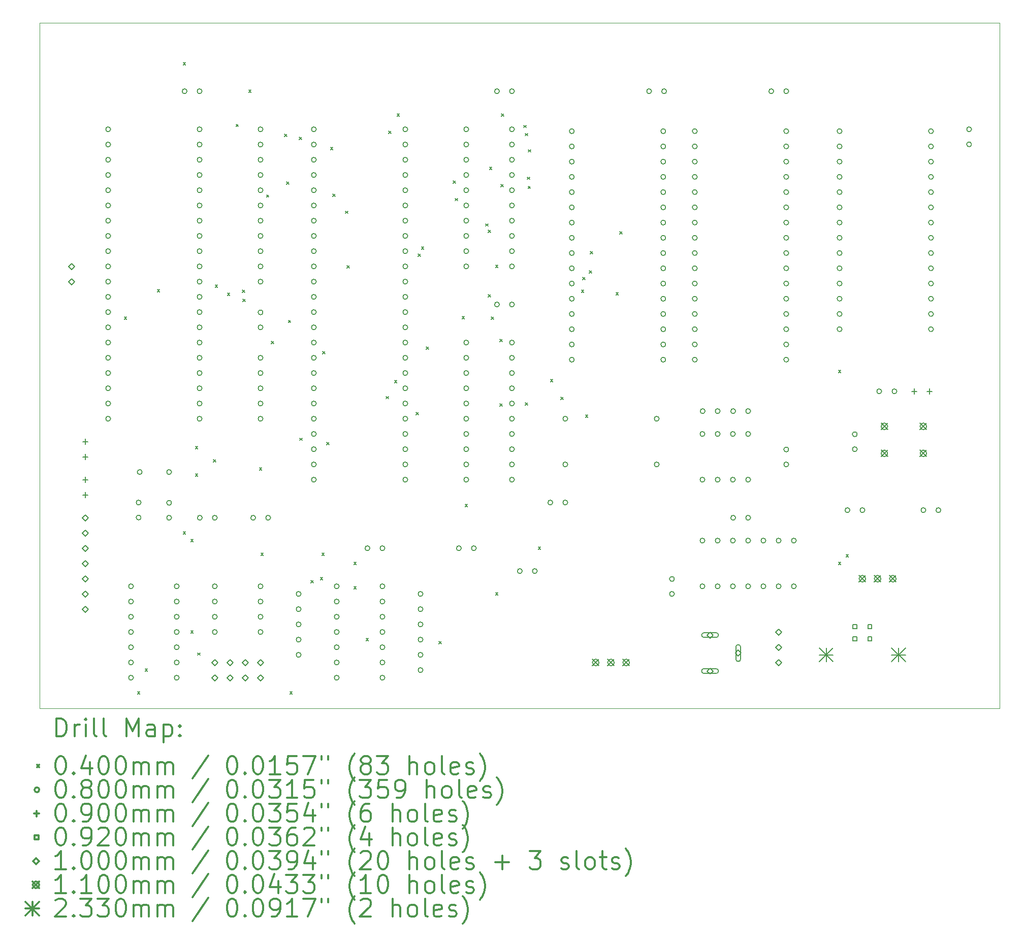
<source format=gbr>
%FSLAX45Y45*%
G04 Gerber Fmt 4.5, Leading zero omitted, Abs format (unit mm)*
G04 Created by KiCad (PCBNEW (5.1.10)-1) date 2021-12-04 13:18:09*
%MOMM*%
%LPD*%
G01*
G04 APERTURE LIST*
%TA.AperFunction,Profile*%
%ADD10C,0.100000*%
%TD*%
%ADD11C,0.200000*%
%ADD12C,0.300000*%
G04 APERTURE END LIST*
D10*
X29210000Y-1016000D02*
X29210000Y-12446000D01*
X13208000Y-1016000D02*
X29210000Y-1016000D01*
X13208000Y-12446000D02*
X13208000Y-1016000D01*
X29210000Y-12446000D02*
X13208000Y-12446000D01*
D11*
X14618600Y-5921300D02*
X14658600Y-5961300D01*
X14658600Y-5921300D02*
X14618600Y-5961300D01*
X14839000Y-12172000D02*
X14879000Y-12212000D01*
X14879000Y-12172000D02*
X14839000Y-12212000D01*
X14966000Y-11791000D02*
X15006000Y-11831000D01*
X15006000Y-11791000D02*
X14966000Y-11831000D01*
X15169200Y-5466400D02*
X15209200Y-5506400D01*
X15209200Y-5466400D02*
X15169200Y-5506400D01*
X15601000Y-1681800D02*
X15641000Y-1721800D01*
X15641000Y-1681800D02*
X15601000Y-1721800D01*
X15601000Y-9505000D02*
X15641000Y-9545000D01*
X15641000Y-9505000D02*
X15601000Y-9545000D01*
X15728000Y-9632000D02*
X15768000Y-9672000D01*
X15768000Y-9632000D02*
X15728000Y-9672000D01*
X15728000Y-11156000D02*
X15768000Y-11196000D01*
X15768000Y-11156000D02*
X15728000Y-11196000D01*
X15804200Y-8082600D02*
X15844200Y-8122600D01*
X15844200Y-8082600D02*
X15804200Y-8122600D01*
X15804200Y-8539800D02*
X15844200Y-8579800D01*
X15844200Y-8539800D02*
X15804200Y-8579800D01*
X15840500Y-11522500D02*
X15880500Y-11562500D01*
X15880500Y-11522500D02*
X15840500Y-11562500D01*
X16108650Y-8304100D02*
X16148650Y-8344100D01*
X16148650Y-8304100D02*
X16108650Y-8344100D01*
X16134400Y-5390200D02*
X16174400Y-5430200D01*
X16174400Y-5390200D02*
X16134400Y-5430200D01*
X16338440Y-5523390D02*
X16378440Y-5563390D01*
X16378440Y-5523390D02*
X16338440Y-5563390D01*
X16481690Y-2708820D02*
X16521690Y-2748820D01*
X16521690Y-2708820D02*
X16481690Y-2748820D01*
X16588730Y-5470950D02*
X16628730Y-5510950D01*
X16628730Y-5470950D02*
X16588730Y-5510950D01*
X16594450Y-5626110D02*
X16634450Y-5666110D01*
X16634450Y-5626110D02*
X16594450Y-5666110D01*
X16693200Y-2139000D02*
X16733200Y-2179000D01*
X16733200Y-2139000D02*
X16693200Y-2179000D01*
X16871000Y-8438200D02*
X16911000Y-8478200D01*
X16911000Y-8438200D02*
X16871000Y-8478200D01*
X16896400Y-9860600D02*
X16936400Y-9900600D01*
X16936400Y-9860600D02*
X16896400Y-9900600D01*
X16991450Y-3886100D02*
X17031450Y-3926100D01*
X17031450Y-3886100D02*
X16991450Y-3926100D01*
X17070500Y-6330000D02*
X17110500Y-6370000D01*
X17110500Y-6330000D02*
X17070500Y-6370000D01*
X17289490Y-2873290D02*
X17329490Y-2913290D01*
X17329490Y-2873290D02*
X17289490Y-2913290D01*
X17324560Y-3671470D02*
X17364560Y-3711470D01*
X17364560Y-3671470D02*
X17324560Y-3711470D01*
X17354140Y-5976610D02*
X17394140Y-6016610D01*
X17394140Y-5976610D02*
X17354140Y-6016610D01*
X17379000Y-12172000D02*
X17419000Y-12212000D01*
X17419000Y-12172000D02*
X17379000Y-12212000D01*
X17535830Y-2927730D02*
X17575830Y-2967730D01*
X17575830Y-2927730D02*
X17535830Y-2967730D01*
X17542190Y-7940790D02*
X17582190Y-7980790D01*
X17582190Y-7940790D02*
X17542190Y-7980790D01*
X17728450Y-10318700D02*
X17768450Y-10358700D01*
X17768450Y-10318700D02*
X17728450Y-10358700D01*
X17887000Y-10267000D02*
X17927000Y-10307000D01*
X17927000Y-10267000D02*
X17887000Y-10307000D01*
X17912400Y-9860600D02*
X17952400Y-9900600D01*
X17952400Y-9860600D02*
X17912400Y-9900600D01*
X17927480Y-6495060D02*
X17967480Y-6535060D01*
X17967480Y-6495060D02*
X17927480Y-6535060D01*
X17992750Y-8012400D02*
X18032750Y-8052400D01*
X18032750Y-8012400D02*
X17992750Y-8052400D01*
X18057530Y-3095490D02*
X18097530Y-3135490D01*
X18097530Y-3095490D02*
X18057530Y-3135490D01*
X18094490Y-3870750D02*
X18134490Y-3910750D01*
X18134490Y-3870750D02*
X18094490Y-3910750D01*
X18304450Y-4157570D02*
X18344450Y-4197570D01*
X18344450Y-4157570D02*
X18304450Y-4197570D01*
X18330480Y-5064890D02*
X18370480Y-5104890D01*
X18370480Y-5064890D02*
X18330480Y-5104890D01*
X18445800Y-10013000D02*
X18485800Y-10053000D01*
X18485800Y-10013000D02*
X18445800Y-10053000D01*
X18445800Y-10419400D02*
X18485800Y-10459400D01*
X18485800Y-10419400D02*
X18445800Y-10459400D01*
X18649000Y-11283000D02*
X18689000Y-11323000D01*
X18689000Y-11283000D02*
X18649000Y-11323000D01*
X18982970Y-7246330D02*
X19022970Y-7286330D01*
X19022970Y-7246330D02*
X18982970Y-7286330D01*
X19023540Y-2820290D02*
X19063540Y-2860290D01*
X19063540Y-2820290D02*
X19023540Y-2860290D01*
X19125090Y-6978960D02*
X19165090Y-7018960D01*
X19165090Y-6978960D02*
X19125090Y-7018960D01*
X19165840Y-2533660D02*
X19205840Y-2573660D01*
X19205840Y-2533660D02*
X19165840Y-2573660D01*
X19481530Y-7515650D02*
X19521530Y-7555650D01*
X19521530Y-7515650D02*
X19481530Y-7555650D01*
X19518340Y-4875240D02*
X19558340Y-4915240D01*
X19558340Y-4875240D02*
X19518340Y-4915240D01*
X19572360Y-4755080D02*
X19612360Y-4795080D01*
X19612360Y-4755080D02*
X19572360Y-4795080D01*
X19654020Y-6424190D02*
X19694020Y-6464190D01*
X19694020Y-6424190D02*
X19654020Y-6464190D01*
X19867735Y-11334265D02*
X19907735Y-11374265D01*
X19907735Y-11334265D02*
X19867735Y-11374265D01*
X20099630Y-3654300D02*
X20139630Y-3694300D01*
X20139630Y-3654300D02*
X20099630Y-3694300D01*
X20136800Y-3944530D02*
X20176800Y-3984530D01*
X20176800Y-3944530D02*
X20136800Y-3984530D01*
X20249860Y-5915620D02*
X20289860Y-5955620D01*
X20289860Y-5915620D02*
X20249860Y-5955620D01*
X20300000Y-9047800D02*
X20340000Y-9087800D01*
X20340000Y-9047800D02*
X20300000Y-9087800D01*
X20645590Y-4369560D02*
X20685590Y-4409560D01*
X20685590Y-4369560D02*
X20645590Y-4409560D01*
X20683630Y-4474700D02*
X20723630Y-4514700D01*
X20723630Y-4474700D02*
X20683630Y-4514700D01*
X20685080Y-5551830D02*
X20725080Y-5591830D01*
X20725080Y-5551830D02*
X20685080Y-5591830D01*
X20708110Y-3427010D02*
X20748110Y-3467010D01*
X20748110Y-3427010D02*
X20708110Y-3467010D01*
X20735300Y-5922240D02*
X20775300Y-5962240D01*
X20775300Y-5922240D02*
X20735300Y-5962240D01*
X20808000Y-5060000D02*
X20848000Y-5100000D01*
X20848000Y-5060000D02*
X20808000Y-5100000D01*
X20808000Y-10521000D02*
X20848000Y-10561000D01*
X20848000Y-10521000D02*
X20808000Y-10561000D01*
X20881250Y-6295910D02*
X20921250Y-6335910D01*
X20921250Y-6295910D02*
X20881250Y-6335910D01*
X20881250Y-7368820D02*
X20921250Y-7408820D01*
X20921250Y-7368820D02*
X20881250Y-7408820D01*
X20897580Y-3712610D02*
X20937580Y-3752610D01*
X20937580Y-3712610D02*
X20897580Y-3752610D01*
X20909150Y-2538410D02*
X20949150Y-2578410D01*
X20949150Y-2538410D02*
X20909150Y-2578410D01*
X21278790Y-2725700D02*
X21318790Y-2765700D01*
X21318790Y-2725700D02*
X21278790Y-2765700D01*
X21305620Y-2860860D02*
X21345620Y-2900860D01*
X21345620Y-2860860D02*
X21305620Y-2900860D01*
X21305810Y-7354840D02*
X21345810Y-7394840D01*
X21345810Y-7354840D02*
X21305810Y-7394840D01*
X21336440Y-3588590D02*
X21376440Y-3628590D01*
X21376440Y-3588590D02*
X21336440Y-3628590D01*
X21351810Y-3741100D02*
X21391810Y-3781100D01*
X21391810Y-3741100D02*
X21351810Y-3781100D01*
X21357210Y-3131270D02*
X21397210Y-3171270D01*
X21397210Y-3131270D02*
X21357210Y-3171270D01*
X21519200Y-9759000D02*
X21559200Y-9799000D01*
X21559200Y-9759000D02*
X21519200Y-9799000D01*
X21722400Y-6965000D02*
X21762400Y-7005000D01*
X21762400Y-6965000D02*
X21722400Y-7005000D01*
X21895230Y-7262800D02*
X21935230Y-7302800D01*
X21935230Y-7262800D02*
X21895230Y-7302800D01*
X22240730Y-5473730D02*
X22280730Y-5513730D01*
X22280730Y-5473730D02*
X22240730Y-5513730D01*
X22263240Y-5259220D02*
X22303240Y-5299220D01*
X22303240Y-5259220D02*
X22263240Y-5299220D01*
X22307020Y-7557190D02*
X22347020Y-7597190D01*
X22347020Y-7557190D02*
X22307020Y-7597190D01*
X22368950Y-5153230D02*
X22408950Y-5193230D01*
X22408950Y-5153230D02*
X22368950Y-5193230D01*
X22384970Y-4829370D02*
X22424970Y-4869370D01*
X22424970Y-4829370D02*
X22384970Y-4869370D01*
X22815980Y-5517010D02*
X22855980Y-5557010D01*
X22855980Y-5517010D02*
X22815980Y-5557010D01*
X22879860Y-4498790D02*
X22919860Y-4538790D01*
X22919860Y-4498790D02*
X22879860Y-4538790D01*
X26523000Y-6812600D02*
X26563000Y-6852600D01*
X26563000Y-6812600D02*
X26523000Y-6852600D01*
X26523000Y-10013000D02*
X26563000Y-10053000D01*
X26563000Y-10013000D02*
X26523000Y-10053000D01*
X26650000Y-9886000D02*
X26690000Y-9926000D01*
X26690000Y-9886000D02*
X26650000Y-9926000D01*
X14391000Y-2794000D02*
G75*
G03*
X14391000Y-2794000I-40000J0D01*
G01*
X14391000Y-3048000D02*
G75*
G03*
X14391000Y-3048000I-40000J0D01*
G01*
X14391000Y-3302000D02*
G75*
G03*
X14391000Y-3302000I-40000J0D01*
G01*
X14391000Y-3556000D02*
G75*
G03*
X14391000Y-3556000I-40000J0D01*
G01*
X14391000Y-3810000D02*
G75*
G03*
X14391000Y-3810000I-40000J0D01*
G01*
X14391000Y-4064000D02*
G75*
G03*
X14391000Y-4064000I-40000J0D01*
G01*
X14391000Y-4318000D02*
G75*
G03*
X14391000Y-4318000I-40000J0D01*
G01*
X14391000Y-4572000D02*
G75*
G03*
X14391000Y-4572000I-40000J0D01*
G01*
X14391000Y-4826000D02*
G75*
G03*
X14391000Y-4826000I-40000J0D01*
G01*
X14391000Y-5080000D02*
G75*
G03*
X14391000Y-5080000I-40000J0D01*
G01*
X14391000Y-5334000D02*
G75*
G03*
X14391000Y-5334000I-40000J0D01*
G01*
X14391000Y-5588000D02*
G75*
G03*
X14391000Y-5588000I-40000J0D01*
G01*
X14391000Y-5842000D02*
G75*
G03*
X14391000Y-5842000I-40000J0D01*
G01*
X14391000Y-6096000D02*
G75*
G03*
X14391000Y-6096000I-40000J0D01*
G01*
X14391000Y-6350000D02*
G75*
G03*
X14391000Y-6350000I-40000J0D01*
G01*
X14391000Y-6604000D02*
G75*
G03*
X14391000Y-6604000I-40000J0D01*
G01*
X14391000Y-6858000D02*
G75*
G03*
X14391000Y-6858000I-40000J0D01*
G01*
X14391000Y-7112000D02*
G75*
G03*
X14391000Y-7112000I-40000J0D01*
G01*
X14391000Y-7366000D02*
G75*
G03*
X14391000Y-7366000I-40000J0D01*
G01*
X14391000Y-7620000D02*
G75*
G03*
X14391000Y-7620000I-40000J0D01*
G01*
X14772000Y-10414000D02*
G75*
G03*
X14772000Y-10414000I-40000J0D01*
G01*
X14772000Y-10668000D02*
G75*
G03*
X14772000Y-10668000I-40000J0D01*
G01*
X14772000Y-10922000D02*
G75*
G03*
X14772000Y-10922000I-40000J0D01*
G01*
X14772000Y-11176000D02*
G75*
G03*
X14772000Y-11176000I-40000J0D01*
G01*
X14772000Y-11430000D02*
G75*
G03*
X14772000Y-11430000I-40000J0D01*
G01*
X14772000Y-11684000D02*
G75*
G03*
X14772000Y-11684000I-40000J0D01*
G01*
X14772000Y-11938000D02*
G75*
G03*
X14772000Y-11938000I-40000J0D01*
G01*
X14899000Y-9017000D02*
G75*
G03*
X14899000Y-9017000I-40000J0D01*
G01*
X14899000Y-9267000D02*
G75*
G03*
X14899000Y-9267000I-40000J0D01*
G01*
X14917000Y-8509000D02*
G75*
G03*
X14917000Y-8509000I-40000J0D01*
G01*
X15407000Y-8509000D02*
G75*
G03*
X15407000Y-8509000I-40000J0D01*
G01*
X15407000Y-9021000D02*
G75*
G03*
X15407000Y-9021000I-40000J0D01*
G01*
X15407000Y-9271000D02*
G75*
G03*
X15407000Y-9271000I-40000J0D01*
G01*
X15534000Y-10414000D02*
G75*
G03*
X15534000Y-10414000I-40000J0D01*
G01*
X15534000Y-10668000D02*
G75*
G03*
X15534000Y-10668000I-40000J0D01*
G01*
X15534000Y-10922000D02*
G75*
G03*
X15534000Y-10922000I-40000J0D01*
G01*
X15534000Y-11176000D02*
G75*
G03*
X15534000Y-11176000I-40000J0D01*
G01*
X15534000Y-11430000D02*
G75*
G03*
X15534000Y-11430000I-40000J0D01*
G01*
X15534000Y-11684000D02*
G75*
G03*
X15534000Y-11684000I-40000J0D01*
G01*
X15534000Y-11938000D02*
G75*
G03*
X15534000Y-11938000I-40000J0D01*
G01*
X15665000Y-2159000D02*
G75*
G03*
X15665000Y-2159000I-40000J0D01*
G01*
X15915000Y-2159000D02*
G75*
G03*
X15915000Y-2159000I-40000J0D01*
G01*
X15915000Y-2794000D02*
G75*
G03*
X15915000Y-2794000I-40000J0D01*
G01*
X15915000Y-3048000D02*
G75*
G03*
X15915000Y-3048000I-40000J0D01*
G01*
X15915000Y-3302000D02*
G75*
G03*
X15915000Y-3302000I-40000J0D01*
G01*
X15915000Y-3556000D02*
G75*
G03*
X15915000Y-3556000I-40000J0D01*
G01*
X15915000Y-3810000D02*
G75*
G03*
X15915000Y-3810000I-40000J0D01*
G01*
X15915000Y-4064000D02*
G75*
G03*
X15915000Y-4064000I-40000J0D01*
G01*
X15915000Y-4318000D02*
G75*
G03*
X15915000Y-4318000I-40000J0D01*
G01*
X15915000Y-4572000D02*
G75*
G03*
X15915000Y-4572000I-40000J0D01*
G01*
X15915000Y-4826000D02*
G75*
G03*
X15915000Y-4826000I-40000J0D01*
G01*
X15915000Y-5080000D02*
G75*
G03*
X15915000Y-5080000I-40000J0D01*
G01*
X15915000Y-5334000D02*
G75*
G03*
X15915000Y-5334000I-40000J0D01*
G01*
X15915000Y-5588000D02*
G75*
G03*
X15915000Y-5588000I-40000J0D01*
G01*
X15915000Y-5842000D02*
G75*
G03*
X15915000Y-5842000I-40000J0D01*
G01*
X15915000Y-6096000D02*
G75*
G03*
X15915000Y-6096000I-40000J0D01*
G01*
X15915000Y-6350000D02*
G75*
G03*
X15915000Y-6350000I-40000J0D01*
G01*
X15915000Y-6604000D02*
G75*
G03*
X15915000Y-6604000I-40000J0D01*
G01*
X15915000Y-6858000D02*
G75*
G03*
X15915000Y-6858000I-40000J0D01*
G01*
X15915000Y-7112000D02*
G75*
G03*
X15915000Y-7112000I-40000J0D01*
G01*
X15915000Y-7366000D02*
G75*
G03*
X15915000Y-7366000I-40000J0D01*
G01*
X15915000Y-7620000D02*
G75*
G03*
X15915000Y-7620000I-40000J0D01*
G01*
X15919000Y-9271000D02*
G75*
G03*
X15919000Y-9271000I-40000J0D01*
G01*
X16169000Y-9271000D02*
G75*
G03*
X16169000Y-9271000I-40000J0D01*
G01*
X16169000Y-10414000D02*
G75*
G03*
X16169000Y-10414000I-40000J0D01*
G01*
X16169000Y-10668000D02*
G75*
G03*
X16169000Y-10668000I-40000J0D01*
G01*
X16169000Y-10922000D02*
G75*
G03*
X16169000Y-10922000I-40000J0D01*
G01*
X16169000Y-11176000D02*
G75*
G03*
X16169000Y-11176000I-40000J0D01*
G01*
X16808000Y-9271000D02*
G75*
G03*
X16808000Y-9271000I-40000J0D01*
G01*
X16931000Y-2794000D02*
G75*
G03*
X16931000Y-2794000I-40000J0D01*
G01*
X16931000Y-3048000D02*
G75*
G03*
X16931000Y-3048000I-40000J0D01*
G01*
X16931000Y-3302000D02*
G75*
G03*
X16931000Y-3302000I-40000J0D01*
G01*
X16931000Y-3556000D02*
G75*
G03*
X16931000Y-3556000I-40000J0D01*
G01*
X16931000Y-3810000D02*
G75*
G03*
X16931000Y-3810000I-40000J0D01*
G01*
X16931000Y-4064000D02*
G75*
G03*
X16931000Y-4064000I-40000J0D01*
G01*
X16931000Y-4318000D02*
G75*
G03*
X16931000Y-4318000I-40000J0D01*
G01*
X16931000Y-4572000D02*
G75*
G03*
X16931000Y-4572000I-40000J0D01*
G01*
X16931000Y-4826000D02*
G75*
G03*
X16931000Y-4826000I-40000J0D01*
G01*
X16931000Y-5080000D02*
G75*
G03*
X16931000Y-5080000I-40000J0D01*
G01*
X16931000Y-5334000D02*
G75*
G03*
X16931000Y-5334000I-40000J0D01*
G01*
X16931000Y-5846000D02*
G75*
G03*
X16931000Y-5846000I-40000J0D01*
G01*
X16931000Y-6096000D02*
G75*
G03*
X16931000Y-6096000I-40000J0D01*
G01*
X16931000Y-6604000D02*
G75*
G03*
X16931000Y-6604000I-40000J0D01*
G01*
X16931000Y-6858000D02*
G75*
G03*
X16931000Y-6858000I-40000J0D01*
G01*
X16931000Y-7112000D02*
G75*
G03*
X16931000Y-7112000I-40000J0D01*
G01*
X16931000Y-7366000D02*
G75*
G03*
X16931000Y-7366000I-40000J0D01*
G01*
X16931000Y-7620000D02*
G75*
G03*
X16931000Y-7620000I-40000J0D01*
G01*
X16931000Y-10414000D02*
G75*
G03*
X16931000Y-10414000I-40000J0D01*
G01*
X16931000Y-10668000D02*
G75*
G03*
X16931000Y-10668000I-40000J0D01*
G01*
X16931000Y-10922000D02*
G75*
G03*
X16931000Y-10922000I-40000J0D01*
G01*
X16931000Y-11176000D02*
G75*
G03*
X16931000Y-11176000I-40000J0D01*
G01*
X17058000Y-9271000D02*
G75*
G03*
X17058000Y-9271000I-40000J0D01*
G01*
X17566000Y-10541000D02*
G75*
G03*
X17566000Y-10541000I-40000J0D01*
G01*
X17566000Y-10795000D02*
G75*
G03*
X17566000Y-10795000I-40000J0D01*
G01*
X17566000Y-11049000D02*
G75*
G03*
X17566000Y-11049000I-40000J0D01*
G01*
X17566000Y-11303000D02*
G75*
G03*
X17566000Y-11303000I-40000J0D01*
G01*
X17566000Y-11557000D02*
G75*
G03*
X17566000Y-11557000I-40000J0D01*
G01*
X17820000Y-2794000D02*
G75*
G03*
X17820000Y-2794000I-40000J0D01*
G01*
X17820000Y-3048000D02*
G75*
G03*
X17820000Y-3048000I-40000J0D01*
G01*
X17820000Y-3302000D02*
G75*
G03*
X17820000Y-3302000I-40000J0D01*
G01*
X17820000Y-3556000D02*
G75*
G03*
X17820000Y-3556000I-40000J0D01*
G01*
X17820000Y-3810000D02*
G75*
G03*
X17820000Y-3810000I-40000J0D01*
G01*
X17820000Y-4064000D02*
G75*
G03*
X17820000Y-4064000I-40000J0D01*
G01*
X17820000Y-4318000D02*
G75*
G03*
X17820000Y-4318000I-40000J0D01*
G01*
X17820000Y-4572000D02*
G75*
G03*
X17820000Y-4572000I-40000J0D01*
G01*
X17820000Y-4826000D02*
G75*
G03*
X17820000Y-4826000I-40000J0D01*
G01*
X17820000Y-5080000D02*
G75*
G03*
X17820000Y-5080000I-40000J0D01*
G01*
X17820000Y-5334000D02*
G75*
G03*
X17820000Y-5334000I-40000J0D01*
G01*
X17820000Y-5588000D02*
G75*
G03*
X17820000Y-5588000I-40000J0D01*
G01*
X17820000Y-5842000D02*
G75*
G03*
X17820000Y-5842000I-40000J0D01*
G01*
X17820000Y-6096000D02*
G75*
G03*
X17820000Y-6096000I-40000J0D01*
G01*
X17820000Y-6350000D02*
G75*
G03*
X17820000Y-6350000I-40000J0D01*
G01*
X17820000Y-6604000D02*
G75*
G03*
X17820000Y-6604000I-40000J0D01*
G01*
X17820000Y-6858000D02*
G75*
G03*
X17820000Y-6858000I-40000J0D01*
G01*
X17820000Y-7112000D02*
G75*
G03*
X17820000Y-7112000I-40000J0D01*
G01*
X17820000Y-7366000D02*
G75*
G03*
X17820000Y-7366000I-40000J0D01*
G01*
X17820000Y-7620000D02*
G75*
G03*
X17820000Y-7620000I-40000J0D01*
G01*
X17820000Y-7874000D02*
G75*
G03*
X17820000Y-7874000I-40000J0D01*
G01*
X17820000Y-8128000D02*
G75*
G03*
X17820000Y-8128000I-40000J0D01*
G01*
X17820000Y-8382000D02*
G75*
G03*
X17820000Y-8382000I-40000J0D01*
G01*
X17820000Y-8636000D02*
G75*
G03*
X17820000Y-8636000I-40000J0D01*
G01*
X18201000Y-10414000D02*
G75*
G03*
X18201000Y-10414000I-40000J0D01*
G01*
X18201000Y-10668000D02*
G75*
G03*
X18201000Y-10668000I-40000J0D01*
G01*
X18201000Y-10922000D02*
G75*
G03*
X18201000Y-10922000I-40000J0D01*
G01*
X18201000Y-11176000D02*
G75*
G03*
X18201000Y-11176000I-40000J0D01*
G01*
X18201000Y-11430000D02*
G75*
G03*
X18201000Y-11430000I-40000J0D01*
G01*
X18201000Y-11684000D02*
G75*
G03*
X18201000Y-11684000I-40000J0D01*
G01*
X18201000Y-11938000D02*
G75*
G03*
X18201000Y-11938000I-40000J0D01*
G01*
X18713000Y-9779000D02*
G75*
G03*
X18713000Y-9779000I-40000J0D01*
G01*
X18963000Y-9779000D02*
G75*
G03*
X18963000Y-9779000I-40000J0D01*
G01*
X18963000Y-10414000D02*
G75*
G03*
X18963000Y-10414000I-40000J0D01*
G01*
X18963000Y-10668000D02*
G75*
G03*
X18963000Y-10668000I-40000J0D01*
G01*
X18963000Y-10922000D02*
G75*
G03*
X18963000Y-10922000I-40000J0D01*
G01*
X18963000Y-11176000D02*
G75*
G03*
X18963000Y-11176000I-40000J0D01*
G01*
X18963000Y-11430000D02*
G75*
G03*
X18963000Y-11430000I-40000J0D01*
G01*
X18963000Y-11684000D02*
G75*
G03*
X18963000Y-11684000I-40000J0D01*
G01*
X18963000Y-11938000D02*
G75*
G03*
X18963000Y-11938000I-40000J0D01*
G01*
X19344000Y-2794000D02*
G75*
G03*
X19344000Y-2794000I-40000J0D01*
G01*
X19344000Y-3048000D02*
G75*
G03*
X19344000Y-3048000I-40000J0D01*
G01*
X19344000Y-3302000D02*
G75*
G03*
X19344000Y-3302000I-40000J0D01*
G01*
X19344000Y-3556000D02*
G75*
G03*
X19344000Y-3556000I-40000J0D01*
G01*
X19344000Y-3810000D02*
G75*
G03*
X19344000Y-3810000I-40000J0D01*
G01*
X19344000Y-4064000D02*
G75*
G03*
X19344000Y-4064000I-40000J0D01*
G01*
X19344000Y-4318000D02*
G75*
G03*
X19344000Y-4318000I-40000J0D01*
G01*
X19344000Y-4572000D02*
G75*
G03*
X19344000Y-4572000I-40000J0D01*
G01*
X19344000Y-4826000D02*
G75*
G03*
X19344000Y-4826000I-40000J0D01*
G01*
X19344000Y-5080000D02*
G75*
G03*
X19344000Y-5080000I-40000J0D01*
G01*
X19344000Y-5334000D02*
G75*
G03*
X19344000Y-5334000I-40000J0D01*
G01*
X19344000Y-5588000D02*
G75*
G03*
X19344000Y-5588000I-40000J0D01*
G01*
X19344000Y-5842000D02*
G75*
G03*
X19344000Y-5842000I-40000J0D01*
G01*
X19344000Y-6096000D02*
G75*
G03*
X19344000Y-6096000I-40000J0D01*
G01*
X19344000Y-6350000D02*
G75*
G03*
X19344000Y-6350000I-40000J0D01*
G01*
X19344000Y-6604000D02*
G75*
G03*
X19344000Y-6604000I-40000J0D01*
G01*
X19344000Y-6858000D02*
G75*
G03*
X19344000Y-6858000I-40000J0D01*
G01*
X19344000Y-7112000D02*
G75*
G03*
X19344000Y-7112000I-40000J0D01*
G01*
X19344000Y-7366000D02*
G75*
G03*
X19344000Y-7366000I-40000J0D01*
G01*
X19344000Y-7620000D02*
G75*
G03*
X19344000Y-7620000I-40000J0D01*
G01*
X19344000Y-7874000D02*
G75*
G03*
X19344000Y-7874000I-40000J0D01*
G01*
X19344000Y-8128000D02*
G75*
G03*
X19344000Y-8128000I-40000J0D01*
G01*
X19344000Y-8382000D02*
G75*
G03*
X19344000Y-8382000I-40000J0D01*
G01*
X19344000Y-8636000D02*
G75*
G03*
X19344000Y-8636000I-40000J0D01*
G01*
X19598000Y-10541000D02*
G75*
G03*
X19598000Y-10541000I-40000J0D01*
G01*
X19598000Y-10795000D02*
G75*
G03*
X19598000Y-10795000I-40000J0D01*
G01*
X19598000Y-11049000D02*
G75*
G03*
X19598000Y-11049000I-40000J0D01*
G01*
X19598000Y-11303000D02*
G75*
G03*
X19598000Y-11303000I-40000J0D01*
G01*
X19598000Y-11557000D02*
G75*
G03*
X19598000Y-11557000I-40000J0D01*
G01*
X19598000Y-11811000D02*
G75*
G03*
X19598000Y-11811000I-40000J0D01*
G01*
X20237000Y-9779000D02*
G75*
G03*
X20237000Y-9779000I-40000J0D01*
G01*
X20360000Y-2794000D02*
G75*
G03*
X20360000Y-2794000I-40000J0D01*
G01*
X20360000Y-3048000D02*
G75*
G03*
X20360000Y-3048000I-40000J0D01*
G01*
X20360000Y-3302000D02*
G75*
G03*
X20360000Y-3302000I-40000J0D01*
G01*
X20360000Y-3556000D02*
G75*
G03*
X20360000Y-3556000I-40000J0D01*
G01*
X20360000Y-3810000D02*
G75*
G03*
X20360000Y-3810000I-40000J0D01*
G01*
X20360000Y-4064000D02*
G75*
G03*
X20360000Y-4064000I-40000J0D01*
G01*
X20360000Y-4318000D02*
G75*
G03*
X20360000Y-4318000I-40000J0D01*
G01*
X20360000Y-4572000D02*
G75*
G03*
X20360000Y-4572000I-40000J0D01*
G01*
X20360000Y-4826000D02*
G75*
G03*
X20360000Y-4826000I-40000J0D01*
G01*
X20360000Y-5080000D02*
G75*
G03*
X20360000Y-5080000I-40000J0D01*
G01*
X20360000Y-6350000D02*
G75*
G03*
X20360000Y-6350000I-40000J0D01*
G01*
X20360000Y-6604000D02*
G75*
G03*
X20360000Y-6604000I-40000J0D01*
G01*
X20360000Y-6858000D02*
G75*
G03*
X20360000Y-6858000I-40000J0D01*
G01*
X20360000Y-7112000D02*
G75*
G03*
X20360000Y-7112000I-40000J0D01*
G01*
X20360000Y-7366000D02*
G75*
G03*
X20360000Y-7366000I-40000J0D01*
G01*
X20360000Y-7620000D02*
G75*
G03*
X20360000Y-7620000I-40000J0D01*
G01*
X20360000Y-7874000D02*
G75*
G03*
X20360000Y-7874000I-40000J0D01*
G01*
X20360000Y-8128000D02*
G75*
G03*
X20360000Y-8128000I-40000J0D01*
G01*
X20360000Y-8382000D02*
G75*
G03*
X20360000Y-8382000I-40000J0D01*
G01*
X20360000Y-8636000D02*
G75*
G03*
X20360000Y-8636000I-40000J0D01*
G01*
X20487000Y-9779000D02*
G75*
G03*
X20487000Y-9779000I-40000J0D01*
G01*
X20872000Y-2159000D02*
G75*
G03*
X20872000Y-2159000I-40000J0D01*
G01*
X20872000Y-5715000D02*
G75*
G03*
X20872000Y-5715000I-40000J0D01*
G01*
X21122000Y-2159000D02*
G75*
G03*
X21122000Y-2159000I-40000J0D01*
G01*
X21122000Y-2794000D02*
G75*
G03*
X21122000Y-2794000I-40000J0D01*
G01*
X21122000Y-3048000D02*
G75*
G03*
X21122000Y-3048000I-40000J0D01*
G01*
X21122000Y-3302000D02*
G75*
G03*
X21122000Y-3302000I-40000J0D01*
G01*
X21122000Y-3556000D02*
G75*
G03*
X21122000Y-3556000I-40000J0D01*
G01*
X21122000Y-3810000D02*
G75*
G03*
X21122000Y-3810000I-40000J0D01*
G01*
X21122000Y-4064000D02*
G75*
G03*
X21122000Y-4064000I-40000J0D01*
G01*
X21122000Y-4318000D02*
G75*
G03*
X21122000Y-4318000I-40000J0D01*
G01*
X21122000Y-4572000D02*
G75*
G03*
X21122000Y-4572000I-40000J0D01*
G01*
X21122000Y-4826000D02*
G75*
G03*
X21122000Y-4826000I-40000J0D01*
G01*
X21122000Y-5080000D02*
G75*
G03*
X21122000Y-5080000I-40000J0D01*
G01*
X21122000Y-5715000D02*
G75*
G03*
X21122000Y-5715000I-40000J0D01*
G01*
X21122000Y-6350000D02*
G75*
G03*
X21122000Y-6350000I-40000J0D01*
G01*
X21122000Y-6604000D02*
G75*
G03*
X21122000Y-6604000I-40000J0D01*
G01*
X21122000Y-6858000D02*
G75*
G03*
X21122000Y-6858000I-40000J0D01*
G01*
X21122000Y-7112000D02*
G75*
G03*
X21122000Y-7112000I-40000J0D01*
G01*
X21122000Y-7366000D02*
G75*
G03*
X21122000Y-7366000I-40000J0D01*
G01*
X21122000Y-7620000D02*
G75*
G03*
X21122000Y-7620000I-40000J0D01*
G01*
X21122000Y-7874000D02*
G75*
G03*
X21122000Y-7874000I-40000J0D01*
G01*
X21122000Y-8128000D02*
G75*
G03*
X21122000Y-8128000I-40000J0D01*
G01*
X21122000Y-8382000D02*
G75*
G03*
X21122000Y-8382000I-40000J0D01*
G01*
X21122000Y-8636000D02*
G75*
G03*
X21122000Y-8636000I-40000J0D01*
G01*
X21253000Y-10160000D02*
G75*
G03*
X21253000Y-10160000I-40000J0D01*
G01*
X21503000Y-10160000D02*
G75*
G03*
X21503000Y-10160000I-40000J0D01*
G01*
X21761000Y-9017000D02*
G75*
G03*
X21761000Y-9017000I-40000J0D01*
G01*
X22011000Y-7620000D02*
G75*
G03*
X22011000Y-7620000I-40000J0D01*
G01*
X22011000Y-8382000D02*
G75*
G03*
X22011000Y-8382000I-40000J0D01*
G01*
X22011000Y-9017000D02*
G75*
G03*
X22011000Y-9017000I-40000J0D01*
G01*
X22120500Y-2824500D02*
G75*
G03*
X22120500Y-2824500I-40000J0D01*
G01*
X22120500Y-3078500D02*
G75*
G03*
X22120500Y-3078500I-40000J0D01*
G01*
X22120500Y-3332500D02*
G75*
G03*
X22120500Y-3332500I-40000J0D01*
G01*
X22120500Y-3586500D02*
G75*
G03*
X22120500Y-3586500I-40000J0D01*
G01*
X22120500Y-3840500D02*
G75*
G03*
X22120500Y-3840500I-40000J0D01*
G01*
X22120500Y-4094500D02*
G75*
G03*
X22120500Y-4094500I-40000J0D01*
G01*
X22120500Y-4348500D02*
G75*
G03*
X22120500Y-4348500I-40000J0D01*
G01*
X22120500Y-4602500D02*
G75*
G03*
X22120500Y-4602500I-40000J0D01*
G01*
X22120500Y-4856500D02*
G75*
G03*
X22120500Y-4856500I-40000J0D01*
G01*
X22120500Y-5110500D02*
G75*
G03*
X22120500Y-5110500I-40000J0D01*
G01*
X22120500Y-5364500D02*
G75*
G03*
X22120500Y-5364500I-40000J0D01*
G01*
X22120500Y-5618500D02*
G75*
G03*
X22120500Y-5618500I-40000J0D01*
G01*
X22120500Y-5872500D02*
G75*
G03*
X22120500Y-5872500I-40000J0D01*
G01*
X22120500Y-6126500D02*
G75*
G03*
X22120500Y-6126500I-40000J0D01*
G01*
X22120500Y-6380500D02*
G75*
G03*
X22120500Y-6380500I-40000J0D01*
G01*
X22120500Y-6634500D02*
G75*
G03*
X22120500Y-6634500I-40000J0D01*
G01*
X23408000Y-2159000D02*
G75*
G03*
X23408000Y-2159000I-40000J0D01*
G01*
X23535000Y-7620000D02*
G75*
G03*
X23535000Y-7620000I-40000J0D01*
G01*
X23535000Y-8382000D02*
G75*
G03*
X23535000Y-8382000I-40000J0D01*
G01*
X23644500Y-2824500D02*
G75*
G03*
X23644500Y-2824500I-40000J0D01*
G01*
X23644500Y-3078500D02*
G75*
G03*
X23644500Y-3078500I-40000J0D01*
G01*
X23644500Y-3332500D02*
G75*
G03*
X23644500Y-3332500I-40000J0D01*
G01*
X23644500Y-3586500D02*
G75*
G03*
X23644500Y-3586500I-40000J0D01*
G01*
X23644500Y-3840500D02*
G75*
G03*
X23644500Y-3840500I-40000J0D01*
G01*
X23644500Y-4094500D02*
G75*
G03*
X23644500Y-4094500I-40000J0D01*
G01*
X23644500Y-4348500D02*
G75*
G03*
X23644500Y-4348500I-40000J0D01*
G01*
X23644500Y-4602500D02*
G75*
G03*
X23644500Y-4602500I-40000J0D01*
G01*
X23644500Y-4856500D02*
G75*
G03*
X23644500Y-4856500I-40000J0D01*
G01*
X23644500Y-5110500D02*
G75*
G03*
X23644500Y-5110500I-40000J0D01*
G01*
X23644500Y-5364500D02*
G75*
G03*
X23644500Y-5364500I-40000J0D01*
G01*
X23644500Y-5618500D02*
G75*
G03*
X23644500Y-5618500I-40000J0D01*
G01*
X23644500Y-5872500D02*
G75*
G03*
X23644500Y-5872500I-40000J0D01*
G01*
X23644500Y-6126500D02*
G75*
G03*
X23644500Y-6126500I-40000J0D01*
G01*
X23644500Y-6380500D02*
G75*
G03*
X23644500Y-6380500I-40000J0D01*
G01*
X23644500Y-6634500D02*
G75*
G03*
X23644500Y-6634500I-40000J0D01*
G01*
X23658000Y-2159000D02*
G75*
G03*
X23658000Y-2159000I-40000J0D01*
G01*
X23789000Y-10291000D02*
G75*
G03*
X23789000Y-10291000I-40000J0D01*
G01*
X23789000Y-10541000D02*
G75*
G03*
X23789000Y-10541000I-40000J0D01*
G01*
X24170000Y-2824500D02*
G75*
G03*
X24170000Y-2824500I-40000J0D01*
G01*
X24170000Y-3078500D02*
G75*
G03*
X24170000Y-3078500I-40000J0D01*
G01*
X24170000Y-3332500D02*
G75*
G03*
X24170000Y-3332500I-40000J0D01*
G01*
X24170000Y-3586500D02*
G75*
G03*
X24170000Y-3586500I-40000J0D01*
G01*
X24170000Y-3840500D02*
G75*
G03*
X24170000Y-3840500I-40000J0D01*
G01*
X24170000Y-4094500D02*
G75*
G03*
X24170000Y-4094500I-40000J0D01*
G01*
X24170000Y-4348500D02*
G75*
G03*
X24170000Y-4348500I-40000J0D01*
G01*
X24170000Y-4602500D02*
G75*
G03*
X24170000Y-4602500I-40000J0D01*
G01*
X24170000Y-4856500D02*
G75*
G03*
X24170000Y-4856500I-40000J0D01*
G01*
X24170000Y-5110500D02*
G75*
G03*
X24170000Y-5110500I-40000J0D01*
G01*
X24170000Y-5364500D02*
G75*
G03*
X24170000Y-5364500I-40000J0D01*
G01*
X24170000Y-5618500D02*
G75*
G03*
X24170000Y-5618500I-40000J0D01*
G01*
X24170000Y-5872500D02*
G75*
G03*
X24170000Y-5872500I-40000J0D01*
G01*
X24170000Y-6126500D02*
G75*
G03*
X24170000Y-6126500I-40000J0D01*
G01*
X24170000Y-6380500D02*
G75*
G03*
X24170000Y-6380500I-40000J0D01*
G01*
X24170000Y-6634500D02*
G75*
G03*
X24170000Y-6634500I-40000J0D01*
G01*
X24297000Y-7874000D02*
G75*
G03*
X24297000Y-7874000I-40000J0D01*
G01*
X24297000Y-8636000D02*
G75*
G03*
X24297000Y-8636000I-40000J0D01*
G01*
X24297000Y-9652000D02*
G75*
G03*
X24297000Y-9652000I-40000J0D01*
G01*
X24297000Y-10414000D02*
G75*
G03*
X24297000Y-10414000I-40000J0D01*
G01*
X24301000Y-7493000D02*
G75*
G03*
X24301000Y-7493000I-40000J0D01*
G01*
X24551000Y-7493000D02*
G75*
G03*
X24551000Y-7493000I-40000J0D01*
G01*
X24551000Y-7874000D02*
G75*
G03*
X24551000Y-7874000I-40000J0D01*
G01*
X24551000Y-8636000D02*
G75*
G03*
X24551000Y-8636000I-40000J0D01*
G01*
X24551000Y-9652000D02*
G75*
G03*
X24551000Y-9652000I-40000J0D01*
G01*
X24551000Y-10414000D02*
G75*
G03*
X24551000Y-10414000I-40000J0D01*
G01*
X24805000Y-7874000D02*
G75*
G03*
X24805000Y-7874000I-40000J0D01*
G01*
X24805000Y-8636000D02*
G75*
G03*
X24805000Y-8636000I-40000J0D01*
G01*
X24805000Y-9652000D02*
G75*
G03*
X24805000Y-9652000I-40000J0D01*
G01*
X24805000Y-10414000D02*
G75*
G03*
X24805000Y-10414000I-40000J0D01*
G01*
X24809000Y-7493000D02*
G75*
G03*
X24809000Y-7493000I-40000J0D01*
G01*
X24809000Y-9271000D02*
G75*
G03*
X24809000Y-9271000I-40000J0D01*
G01*
X25059000Y-7493000D02*
G75*
G03*
X25059000Y-7493000I-40000J0D01*
G01*
X25059000Y-7874000D02*
G75*
G03*
X25059000Y-7874000I-40000J0D01*
G01*
X25059000Y-8636000D02*
G75*
G03*
X25059000Y-8636000I-40000J0D01*
G01*
X25059000Y-9271000D02*
G75*
G03*
X25059000Y-9271000I-40000J0D01*
G01*
X25059000Y-9652000D02*
G75*
G03*
X25059000Y-9652000I-40000J0D01*
G01*
X25059000Y-10414000D02*
G75*
G03*
X25059000Y-10414000I-40000J0D01*
G01*
X25313000Y-9652000D02*
G75*
G03*
X25313000Y-9652000I-40000J0D01*
G01*
X25313000Y-10414000D02*
G75*
G03*
X25313000Y-10414000I-40000J0D01*
G01*
X25444000Y-2159000D02*
G75*
G03*
X25444000Y-2159000I-40000J0D01*
G01*
X25567000Y-9652000D02*
G75*
G03*
X25567000Y-9652000I-40000J0D01*
G01*
X25567000Y-10414000D02*
G75*
G03*
X25567000Y-10414000I-40000J0D01*
G01*
X25694000Y-2159000D02*
G75*
G03*
X25694000Y-2159000I-40000J0D01*
G01*
X25694000Y-2824500D02*
G75*
G03*
X25694000Y-2824500I-40000J0D01*
G01*
X25694000Y-3078500D02*
G75*
G03*
X25694000Y-3078500I-40000J0D01*
G01*
X25694000Y-3332500D02*
G75*
G03*
X25694000Y-3332500I-40000J0D01*
G01*
X25694000Y-3586500D02*
G75*
G03*
X25694000Y-3586500I-40000J0D01*
G01*
X25694000Y-3840500D02*
G75*
G03*
X25694000Y-3840500I-40000J0D01*
G01*
X25694000Y-4094500D02*
G75*
G03*
X25694000Y-4094500I-40000J0D01*
G01*
X25694000Y-4348500D02*
G75*
G03*
X25694000Y-4348500I-40000J0D01*
G01*
X25694000Y-4602500D02*
G75*
G03*
X25694000Y-4602500I-40000J0D01*
G01*
X25694000Y-4856500D02*
G75*
G03*
X25694000Y-4856500I-40000J0D01*
G01*
X25694000Y-5110500D02*
G75*
G03*
X25694000Y-5110500I-40000J0D01*
G01*
X25694000Y-5364500D02*
G75*
G03*
X25694000Y-5364500I-40000J0D01*
G01*
X25694000Y-5618500D02*
G75*
G03*
X25694000Y-5618500I-40000J0D01*
G01*
X25694000Y-5872500D02*
G75*
G03*
X25694000Y-5872500I-40000J0D01*
G01*
X25694000Y-6126500D02*
G75*
G03*
X25694000Y-6126500I-40000J0D01*
G01*
X25694000Y-6380500D02*
G75*
G03*
X25694000Y-6380500I-40000J0D01*
G01*
X25694000Y-6634500D02*
G75*
G03*
X25694000Y-6634500I-40000J0D01*
G01*
X25694000Y-8132000D02*
G75*
G03*
X25694000Y-8132000I-40000J0D01*
G01*
X25694000Y-8382000D02*
G75*
G03*
X25694000Y-8382000I-40000J0D01*
G01*
X25821000Y-9652000D02*
G75*
G03*
X25821000Y-9652000I-40000J0D01*
G01*
X25821000Y-10414000D02*
G75*
G03*
X25821000Y-10414000I-40000J0D01*
G01*
X26583000Y-2824500D02*
G75*
G03*
X26583000Y-2824500I-40000J0D01*
G01*
X26583000Y-3078500D02*
G75*
G03*
X26583000Y-3078500I-40000J0D01*
G01*
X26583000Y-3332500D02*
G75*
G03*
X26583000Y-3332500I-40000J0D01*
G01*
X26583000Y-3586500D02*
G75*
G03*
X26583000Y-3586500I-40000J0D01*
G01*
X26583000Y-3840500D02*
G75*
G03*
X26583000Y-3840500I-40000J0D01*
G01*
X26583000Y-4094500D02*
G75*
G03*
X26583000Y-4094500I-40000J0D01*
G01*
X26583000Y-4348500D02*
G75*
G03*
X26583000Y-4348500I-40000J0D01*
G01*
X26583000Y-4602500D02*
G75*
G03*
X26583000Y-4602500I-40000J0D01*
G01*
X26583000Y-4856500D02*
G75*
G03*
X26583000Y-4856500I-40000J0D01*
G01*
X26583000Y-5110500D02*
G75*
G03*
X26583000Y-5110500I-40000J0D01*
G01*
X26583000Y-5364500D02*
G75*
G03*
X26583000Y-5364500I-40000J0D01*
G01*
X26583000Y-5618500D02*
G75*
G03*
X26583000Y-5618500I-40000J0D01*
G01*
X26583000Y-5872500D02*
G75*
G03*
X26583000Y-5872500I-40000J0D01*
G01*
X26583000Y-6126500D02*
G75*
G03*
X26583000Y-6126500I-40000J0D01*
G01*
X26714000Y-9144000D02*
G75*
G03*
X26714000Y-9144000I-40000J0D01*
G01*
X26837000Y-7878000D02*
G75*
G03*
X26837000Y-7878000I-40000J0D01*
G01*
X26837000Y-8128000D02*
G75*
G03*
X26837000Y-8128000I-40000J0D01*
G01*
X26964000Y-9144000D02*
G75*
G03*
X26964000Y-9144000I-40000J0D01*
G01*
X27243400Y-7162800D02*
G75*
G03*
X27243400Y-7162800I-40000J0D01*
G01*
X27497400Y-7162800D02*
G75*
G03*
X27497400Y-7162800I-40000J0D01*
G01*
X27980000Y-9144000D02*
G75*
G03*
X27980000Y-9144000I-40000J0D01*
G01*
X28107000Y-2824500D02*
G75*
G03*
X28107000Y-2824500I-40000J0D01*
G01*
X28107000Y-3078500D02*
G75*
G03*
X28107000Y-3078500I-40000J0D01*
G01*
X28107000Y-3332500D02*
G75*
G03*
X28107000Y-3332500I-40000J0D01*
G01*
X28107000Y-3586500D02*
G75*
G03*
X28107000Y-3586500I-40000J0D01*
G01*
X28107000Y-3840500D02*
G75*
G03*
X28107000Y-3840500I-40000J0D01*
G01*
X28107000Y-4094500D02*
G75*
G03*
X28107000Y-4094500I-40000J0D01*
G01*
X28107000Y-4348500D02*
G75*
G03*
X28107000Y-4348500I-40000J0D01*
G01*
X28107000Y-4602500D02*
G75*
G03*
X28107000Y-4602500I-40000J0D01*
G01*
X28107000Y-4856500D02*
G75*
G03*
X28107000Y-4856500I-40000J0D01*
G01*
X28107000Y-5110500D02*
G75*
G03*
X28107000Y-5110500I-40000J0D01*
G01*
X28107000Y-5364500D02*
G75*
G03*
X28107000Y-5364500I-40000J0D01*
G01*
X28107000Y-5618500D02*
G75*
G03*
X28107000Y-5618500I-40000J0D01*
G01*
X28107000Y-5872500D02*
G75*
G03*
X28107000Y-5872500I-40000J0D01*
G01*
X28107000Y-6126500D02*
G75*
G03*
X28107000Y-6126500I-40000J0D01*
G01*
X28230000Y-9144000D02*
G75*
G03*
X28230000Y-9144000I-40000J0D01*
G01*
X28742000Y-2794000D02*
G75*
G03*
X28742000Y-2794000I-40000J0D01*
G01*
X28742000Y-3044000D02*
G75*
G03*
X28742000Y-3044000I-40000J0D01*
G01*
X13970000Y-7956000D02*
X13970000Y-8046000D01*
X13925000Y-8001000D02*
X14015000Y-8001000D01*
X13970000Y-8210000D02*
X13970000Y-8300000D01*
X13925000Y-8255000D02*
X14015000Y-8255000D01*
X13970000Y-8591000D02*
X13970000Y-8681000D01*
X13925000Y-8636000D02*
X14015000Y-8636000D01*
X13970000Y-8845000D02*
X13970000Y-8935000D01*
X13925000Y-8890000D02*
X14015000Y-8890000D01*
X27787600Y-7117800D02*
X27787600Y-7207800D01*
X27742600Y-7162800D02*
X27832600Y-7162800D01*
X28041600Y-7117800D02*
X28041600Y-7207800D01*
X27996600Y-7162800D02*
X28086600Y-7162800D01*
X26829527Y-11118527D02*
X26829527Y-11053473D01*
X26764473Y-11053473D01*
X26764473Y-11118527D01*
X26829527Y-11118527D01*
X26829527Y-11318527D02*
X26829527Y-11253473D01*
X26764473Y-11253473D01*
X26764473Y-11318527D01*
X26829527Y-11318527D01*
X27079527Y-11118527D02*
X27079527Y-11053473D01*
X27014473Y-11053473D01*
X27014473Y-11118527D01*
X27079527Y-11118527D01*
X27079527Y-11318527D02*
X27079527Y-11253473D01*
X27014473Y-11253473D01*
X27014473Y-11318527D01*
X27079527Y-11318527D01*
X13741400Y-5130000D02*
X13791400Y-5080000D01*
X13741400Y-5030000D01*
X13691400Y-5080000D01*
X13741400Y-5130000D01*
X13741400Y-5384000D02*
X13791400Y-5334000D01*
X13741400Y-5284000D01*
X13691400Y-5334000D01*
X13741400Y-5384000D01*
X13970000Y-9321000D02*
X14020000Y-9271000D01*
X13970000Y-9221000D01*
X13920000Y-9271000D01*
X13970000Y-9321000D01*
X13970000Y-9575000D02*
X14020000Y-9525000D01*
X13970000Y-9475000D01*
X13920000Y-9525000D01*
X13970000Y-9575000D01*
X13970000Y-9829000D02*
X14020000Y-9779000D01*
X13970000Y-9729000D01*
X13920000Y-9779000D01*
X13970000Y-9829000D01*
X13970000Y-10083000D02*
X14020000Y-10033000D01*
X13970000Y-9983000D01*
X13920000Y-10033000D01*
X13970000Y-10083000D01*
X13970000Y-10337000D02*
X14020000Y-10287000D01*
X13970000Y-10237000D01*
X13920000Y-10287000D01*
X13970000Y-10337000D01*
X13970000Y-10591000D02*
X14020000Y-10541000D01*
X13970000Y-10491000D01*
X13920000Y-10541000D01*
X13970000Y-10591000D01*
X13970000Y-10845000D02*
X14020000Y-10795000D01*
X13970000Y-10745000D01*
X13920000Y-10795000D01*
X13970000Y-10845000D01*
X16129000Y-11734000D02*
X16179000Y-11684000D01*
X16129000Y-11634000D01*
X16079000Y-11684000D01*
X16129000Y-11734000D01*
X16129000Y-11988000D02*
X16179000Y-11938000D01*
X16129000Y-11888000D01*
X16079000Y-11938000D01*
X16129000Y-11988000D01*
X16383000Y-11734000D02*
X16433000Y-11684000D01*
X16383000Y-11634000D01*
X16333000Y-11684000D01*
X16383000Y-11734000D01*
X16383000Y-11988000D02*
X16433000Y-11938000D01*
X16383000Y-11888000D01*
X16333000Y-11938000D01*
X16383000Y-11988000D01*
X16637000Y-11734000D02*
X16687000Y-11684000D01*
X16637000Y-11634000D01*
X16587000Y-11684000D01*
X16637000Y-11734000D01*
X16637000Y-11988000D02*
X16687000Y-11938000D01*
X16637000Y-11888000D01*
X16587000Y-11938000D01*
X16637000Y-11988000D01*
X16891000Y-11734000D02*
X16941000Y-11684000D01*
X16891000Y-11634000D01*
X16841000Y-11684000D01*
X16891000Y-11734000D01*
X16891000Y-11988000D02*
X16941000Y-11938000D01*
X16891000Y-11888000D01*
X16841000Y-11938000D01*
X16891000Y-11988000D01*
X24384000Y-11276800D02*
X24434000Y-11226800D01*
X24384000Y-11176800D01*
X24334000Y-11226800D01*
X24384000Y-11276800D01*
X24284000Y-11266800D02*
X24484000Y-11266800D01*
X24284000Y-11186800D02*
X24484000Y-11186800D01*
X24484000Y-11266800D02*
G75*
G03*
X24484000Y-11186800I0J40000D01*
G01*
X24284000Y-11186800D02*
G75*
G03*
X24284000Y-11266800I0J-40000D01*
G01*
X24384000Y-11876800D02*
X24434000Y-11826800D01*
X24384000Y-11776800D01*
X24334000Y-11826800D01*
X24384000Y-11876800D01*
X24284000Y-11866800D02*
X24484000Y-11866800D01*
X24284000Y-11786800D02*
X24484000Y-11786800D01*
X24484000Y-11866800D02*
G75*
G03*
X24484000Y-11786800I0J40000D01*
G01*
X24284000Y-11786800D02*
G75*
G03*
X24284000Y-11866800I0J-40000D01*
G01*
X24854000Y-11576800D02*
X24904000Y-11526800D01*
X24854000Y-11476800D01*
X24804000Y-11526800D01*
X24854000Y-11576800D01*
X24894000Y-11626800D02*
X24894000Y-11426800D01*
X24814000Y-11626800D02*
X24814000Y-11426800D01*
X24894000Y-11426800D02*
G75*
G03*
X24814000Y-11426800I-40000J0D01*
G01*
X24814000Y-11626800D02*
G75*
G03*
X24894000Y-11626800I40000J0D01*
G01*
X25527000Y-11226000D02*
X25577000Y-11176000D01*
X25527000Y-11126000D01*
X25477000Y-11176000D01*
X25527000Y-11226000D01*
X25527000Y-11480000D02*
X25577000Y-11430000D01*
X25527000Y-11380000D01*
X25477000Y-11430000D01*
X25527000Y-11480000D01*
X25527000Y-11734000D02*
X25577000Y-11684000D01*
X25527000Y-11634000D01*
X25477000Y-11684000D01*
X25527000Y-11734000D01*
X22424000Y-11629000D02*
X22534000Y-11739000D01*
X22534000Y-11629000D02*
X22424000Y-11739000D01*
X22534000Y-11684000D02*
G75*
G03*
X22534000Y-11684000I-55000J0D01*
G01*
X22678000Y-11629000D02*
X22788000Y-11739000D01*
X22788000Y-11629000D02*
X22678000Y-11739000D01*
X22788000Y-11684000D02*
G75*
G03*
X22788000Y-11684000I-55000J0D01*
G01*
X22932000Y-11629000D02*
X23042000Y-11739000D01*
X23042000Y-11629000D02*
X22932000Y-11739000D01*
X23042000Y-11684000D02*
G75*
G03*
X23042000Y-11684000I-55000J0D01*
G01*
X26869000Y-10232000D02*
X26979000Y-10342000D01*
X26979000Y-10232000D02*
X26869000Y-10342000D01*
X26979000Y-10287000D02*
G75*
G03*
X26979000Y-10287000I-55000J0D01*
G01*
X27123000Y-10232000D02*
X27233000Y-10342000D01*
X27233000Y-10232000D02*
X27123000Y-10342000D01*
X27233000Y-10287000D02*
G75*
G03*
X27233000Y-10287000I-55000J0D01*
G01*
X27235000Y-7692000D02*
X27345000Y-7802000D01*
X27345000Y-7692000D02*
X27235000Y-7802000D01*
X27345000Y-7747000D02*
G75*
G03*
X27345000Y-7747000I-55000J0D01*
G01*
X27235000Y-8142000D02*
X27345000Y-8252000D01*
X27345000Y-8142000D02*
X27235000Y-8252000D01*
X27345000Y-8197000D02*
G75*
G03*
X27345000Y-8197000I-55000J0D01*
G01*
X27377000Y-10232000D02*
X27487000Y-10342000D01*
X27487000Y-10232000D02*
X27377000Y-10342000D01*
X27487000Y-10287000D02*
G75*
G03*
X27487000Y-10287000I-55000J0D01*
G01*
X27885000Y-7692000D02*
X27995000Y-7802000D01*
X27995000Y-7692000D02*
X27885000Y-7802000D01*
X27995000Y-7747000D02*
G75*
G03*
X27995000Y-7747000I-55000J0D01*
G01*
X27885000Y-8142000D02*
X27995000Y-8252000D01*
X27995000Y-8142000D02*
X27885000Y-8252000D01*
X27995000Y-8197000D02*
G75*
G03*
X27995000Y-8197000I-55000J0D01*
G01*
X26203500Y-11440500D02*
X26436500Y-11673500D01*
X26436500Y-11440500D02*
X26203500Y-11673500D01*
X26320000Y-11440500D02*
X26320000Y-11673500D01*
X26203500Y-11557000D02*
X26436500Y-11557000D01*
X27407500Y-11440500D02*
X27640500Y-11673500D01*
X27640500Y-11440500D02*
X27407500Y-11673500D01*
X27524000Y-11440500D02*
X27524000Y-11673500D01*
X27407500Y-11557000D02*
X27640500Y-11557000D01*
D12*
X13489428Y-12916714D02*
X13489428Y-12616714D01*
X13560857Y-12616714D01*
X13603714Y-12631000D01*
X13632286Y-12659571D01*
X13646571Y-12688143D01*
X13660857Y-12745286D01*
X13660857Y-12788143D01*
X13646571Y-12845286D01*
X13632286Y-12873857D01*
X13603714Y-12902429D01*
X13560857Y-12916714D01*
X13489428Y-12916714D01*
X13789428Y-12916714D02*
X13789428Y-12716714D01*
X13789428Y-12773857D02*
X13803714Y-12745286D01*
X13818000Y-12731000D01*
X13846571Y-12716714D01*
X13875143Y-12716714D01*
X13975143Y-12916714D02*
X13975143Y-12716714D01*
X13975143Y-12616714D02*
X13960857Y-12631000D01*
X13975143Y-12645286D01*
X13989428Y-12631000D01*
X13975143Y-12616714D01*
X13975143Y-12645286D01*
X14160857Y-12916714D02*
X14132286Y-12902429D01*
X14118000Y-12873857D01*
X14118000Y-12616714D01*
X14318000Y-12916714D02*
X14289428Y-12902429D01*
X14275143Y-12873857D01*
X14275143Y-12616714D01*
X14660857Y-12916714D02*
X14660857Y-12616714D01*
X14760857Y-12831000D01*
X14860857Y-12616714D01*
X14860857Y-12916714D01*
X15132286Y-12916714D02*
X15132286Y-12759571D01*
X15118000Y-12731000D01*
X15089428Y-12716714D01*
X15032286Y-12716714D01*
X15003714Y-12731000D01*
X15132286Y-12902429D02*
X15103714Y-12916714D01*
X15032286Y-12916714D01*
X15003714Y-12902429D01*
X14989428Y-12873857D01*
X14989428Y-12845286D01*
X15003714Y-12816714D01*
X15032286Y-12802429D01*
X15103714Y-12802429D01*
X15132286Y-12788143D01*
X15275143Y-12716714D02*
X15275143Y-13016714D01*
X15275143Y-12731000D02*
X15303714Y-12716714D01*
X15360857Y-12716714D01*
X15389428Y-12731000D01*
X15403714Y-12745286D01*
X15418000Y-12773857D01*
X15418000Y-12859571D01*
X15403714Y-12888143D01*
X15389428Y-12902429D01*
X15360857Y-12916714D01*
X15303714Y-12916714D01*
X15275143Y-12902429D01*
X15546571Y-12888143D02*
X15560857Y-12902429D01*
X15546571Y-12916714D01*
X15532286Y-12902429D01*
X15546571Y-12888143D01*
X15546571Y-12916714D01*
X15546571Y-12731000D02*
X15560857Y-12745286D01*
X15546571Y-12759571D01*
X15532286Y-12745286D01*
X15546571Y-12731000D01*
X15546571Y-12759571D01*
X13163000Y-13391000D02*
X13203000Y-13431000D01*
X13203000Y-13391000D02*
X13163000Y-13431000D01*
X13546571Y-13246714D02*
X13575143Y-13246714D01*
X13603714Y-13261000D01*
X13618000Y-13275286D01*
X13632286Y-13303857D01*
X13646571Y-13361000D01*
X13646571Y-13432429D01*
X13632286Y-13489571D01*
X13618000Y-13518143D01*
X13603714Y-13532429D01*
X13575143Y-13546714D01*
X13546571Y-13546714D01*
X13518000Y-13532429D01*
X13503714Y-13518143D01*
X13489428Y-13489571D01*
X13475143Y-13432429D01*
X13475143Y-13361000D01*
X13489428Y-13303857D01*
X13503714Y-13275286D01*
X13518000Y-13261000D01*
X13546571Y-13246714D01*
X13775143Y-13518143D02*
X13789428Y-13532429D01*
X13775143Y-13546714D01*
X13760857Y-13532429D01*
X13775143Y-13518143D01*
X13775143Y-13546714D01*
X14046571Y-13346714D02*
X14046571Y-13546714D01*
X13975143Y-13232429D02*
X13903714Y-13446714D01*
X14089428Y-13446714D01*
X14260857Y-13246714D02*
X14289428Y-13246714D01*
X14318000Y-13261000D01*
X14332286Y-13275286D01*
X14346571Y-13303857D01*
X14360857Y-13361000D01*
X14360857Y-13432429D01*
X14346571Y-13489571D01*
X14332286Y-13518143D01*
X14318000Y-13532429D01*
X14289428Y-13546714D01*
X14260857Y-13546714D01*
X14232286Y-13532429D01*
X14218000Y-13518143D01*
X14203714Y-13489571D01*
X14189428Y-13432429D01*
X14189428Y-13361000D01*
X14203714Y-13303857D01*
X14218000Y-13275286D01*
X14232286Y-13261000D01*
X14260857Y-13246714D01*
X14546571Y-13246714D02*
X14575143Y-13246714D01*
X14603714Y-13261000D01*
X14618000Y-13275286D01*
X14632286Y-13303857D01*
X14646571Y-13361000D01*
X14646571Y-13432429D01*
X14632286Y-13489571D01*
X14618000Y-13518143D01*
X14603714Y-13532429D01*
X14575143Y-13546714D01*
X14546571Y-13546714D01*
X14518000Y-13532429D01*
X14503714Y-13518143D01*
X14489428Y-13489571D01*
X14475143Y-13432429D01*
X14475143Y-13361000D01*
X14489428Y-13303857D01*
X14503714Y-13275286D01*
X14518000Y-13261000D01*
X14546571Y-13246714D01*
X14775143Y-13546714D02*
X14775143Y-13346714D01*
X14775143Y-13375286D02*
X14789428Y-13361000D01*
X14818000Y-13346714D01*
X14860857Y-13346714D01*
X14889428Y-13361000D01*
X14903714Y-13389571D01*
X14903714Y-13546714D01*
X14903714Y-13389571D02*
X14918000Y-13361000D01*
X14946571Y-13346714D01*
X14989428Y-13346714D01*
X15018000Y-13361000D01*
X15032286Y-13389571D01*
X15032286Y-13546714D01*
X15175143Y-13546714D02*
X15175143Y-13346714D01*
X15175143Y-13375286D02*
X15189428Y-13361000D01*
X15218000Y-13346714D01*
X15260857Y-13346714D01*
X15289428Y-13361000D01*
X15303714Y-13389571D01*
X15303714Y-13546714D01*
X15303714Y-13389571D02*
X15318000Y-13361000D01*
X15346571Y-13346714D01*
X15389428Y-13346714D01*
X15418000Y-13361000D01*
X15432286Y-13389571D01*
X15432286Y-13546714D01*
X16018000Y-13232429D02*
X15760857Y-13618143D01*
X16403714Y-13246714D02*
X16432286Y-13246714D01*
X16460857Y-13261000D01*
X16475143Y-13275286D01*
X16489428Y-13303857D01*
X16503714Y-13361000D01*
X16503714Y-13432429D01*
X16489428Y-13489571D01*
X16475143Y-13518143D01*
X16460857Y-13532429D01*
X16432286Y-13546714D01*
X16403714Y-13546714D01*
X16375143Y-13532429D01*
X16360857Y-13518143D01*
X16346571Y-13489571D01*
X16332286Y-13432429D01*
X16332286Y-13361000D01*
X16346571Y-13303857D01*
X16360857Y-13275286D01*
X16375143Y-13261000D01*
X16403714Y-13246714D01*
X16632286Y-13518143D02*
X16646571Y-13532429D01*
X16632286Y-13546714D01*
X16618000Y-13532429D01*
X16632286Y-13518143D01*
X16632286Y-13546714D01*
X16832286Y-13246714D02*
X16860857Y-13246714D01*
X16889428Y-13261000D01*
X16903714Y-13275286D01*
X16918000Y-13303857D01*
X16932286Y-13361000D01*
X16932286Y-13432429D01*
X16918000Y-13489571D01*
X16903714Y-13518143D01*
X16889428Y-13532429D01*
X16860857Y-13546714D01*
X16832286Y-13546714D01*
X16803714Y-13532429D01*
X16789428Y-13518143D01*
X16775143Y-13489571D01*
X16760857Y-13432429D01*
X16760857Y-13361000D01*
X16775143Y-13303857D01*
X16789428Y-13275286D01*
X16803714Y-13261000D01*
X16832286Y-13246714D01*
X17218000Y-13546714D02*
X17046571Y-13546714D01*
X17132286Y-13546714D02*
X17132286Y-13246714D01*
X17103714Y-13289571D01*
X17075143Y-13318143D01*
X17046571Y-13332429D01*
X17489428Y-13246714D02*
X17346571Y-13246714D01*
X17332286Y-13389571D01*
X17346571Y-13375286D01*
X17375143Y-13361000D01*
X17446571Y-13361000D01*
X17475143Y-13375286D01*
X17489428Y-13389571D01*
X17503714Y-13418143D01*
X17503714Y-13489571D01*
X17489428Y-13518143D01*
X17475143Y-13532429D01*
X17446571Y-13546714D01*
X17375143Y-13546714D01*
X17346571Y-13532429D01*
X17332286Y-13518143D01*
X17603714Y-13246714D02*
X17803714Y-13246714D01*
X17675143Y-13546714D01*
X17903714Y-13246714D02*
X17903714Y-13303857D01*
X18018000Y-13246714D02*
X18018000Y-13303857D01*
X18460857Y-13661000D02*
X18446571Y-13646714D01*
X18418000Y-13603857D01*
X18403714Y-13575286D01*
X18389428Y-13532429D01*
X18375143Y-13461000D01*
X18375143Y-13403857D01*
X18389428Y-13332429D01*
X18403714Y-13289571D01*
X18418000Y-13261000D01*
X18446571Y-13218143D01*
X18460857Y-13203857D01*
X18618000Y-13375286D02*
X18589428Y-13361000D01*
X18575143Y-13346714D01*
X18560857Y-13318143D01*
X18560857Y-13303857D01*
X18575143Y-13275286D01*
X18589428Y-13261000D01*
X18618000Y-13246714D01*
X18675143Y-13246714D01*
X18703714Y-13261000D01*
X18718000Y-13275286D01*
X18732286Y-13303857D01*
X18732286Y-13318143D01*
X18718000Y-13346714D01*
X18703714Y-13361000D01*
X18675143Y-13375286D01*
X18618000Y-13375286D01*
X18589428Y-13389571D01*
X18575143Y-13403857D01*
X18560857Y-13432429D01*
X18560857Y-13489571D01*
X18575143Y-13518143D01*
X18589428Y-13532429D01*
X18618000Y-13546714D01*
X18675143Y-13546714D01*
X18703714Y-13532429D01*
X18718000Y-13518143D01*
X18732286Y-13489571D01*
X18732286Y-13432429D01*
X18718000Y-13403857D01*
X18703714Y-13389571D01*
X18675143Y-13375286D01*
X18832286Y-13246714D02*
X19018000Y-13246714D01*
X18918000Y-13361000D01*
X18960857Y-13361000D01*
X18989428Y-13375286D01*
X19003714Y-13389571D01*
X19018000Y-13418143D01*
X19018000Y-13489571D01*
X19003714Y-13518143D01*
X18989428Y-13532429D01*
X18960857Y-13546714D01*
X18875143Y-13546714D01*
X18846571Y-13532429D01*
X18832286Y-13518143D01*
X19375143Y-13546714D02*
X19375143Y-13246714D01*
X19503714Y-13546714D02*
X19503714Y-13389571D01*
X19489428Y-13361000D01*
X19460857Y-13346714D01*
X19418000Y-13346714D01*
X19389428Y-13361000D01*
X19375143Y-13375286D01*
X19689428Y-13546714D02*
X19660857Y-13532429D01*
X19646571Y-13518143D01*
X19632286Y-13489571D01*
X19632286Y-13403857D01*
X19646571Y-13375286D01*
X19660857Y-13361000D01*
X19689428Y-13346714D01*
X19732286Y-13346714D01*
X19760857Y-13361000D01*
X19775143Y-13375286D01*
X19789428Y-13403857D01*
X19789428Y-13489571D01*
X19775143Y-13518143D01*
X19760857Y-13532429D01*
X19732286Y-13546714D01*
X19689428Y-13546714D01*
X19960857Y-13546714D02*
X19932286Y-13532429D01*
X19918000Y-13503857D01*
X19918000Y-13246714D01*
X20189428Y-13532429D02*
X20160857Y-13546714D01*
X20103714Y-13546714D01*
X20075143Y-13532429D01*
X20060857Y-13503857D01*
X20060857Y-13389571D01*
X20075143Y-13361000D01*
X20103714Y-13346714D01*
X20160857Y-13346714D01*
X20189428Y-13361000D01*
X20203714Y-13389571D01*
X20203714Y-13418143D01*
X20060857Y-13446714D01*
X20318000Y-13532429D02*
X20346571Y-13546714D01*
X20403714Y-13546714D01*
X20432286Y-13532429D01*
X20446571Y-13503857D01*
X20446571Y-13489571D01*
X20432286Y-13461000D01*
X20403714Y-13446714D01*
X20360857Y-13446714D01*
X20332286Y-13432429D01*
X20318000Y-13403857D01*
X20318000Y-13389571D01*
X20332286Y-13361000D01*
X20360857Y-13346714D01*
X20403714Y-13346714D01*
X20432286Y-13361000D01*
X20546571Y-13661000D02*
X20560857Y-13646714D01*
X20589428Y-13603857D01*
X20603714Y-13575286D01*
X20618000Y-13532429D01*
X20632286Y-13461000D01*
X20632286Y-13403857D01*
X20618000Y-13332429D01*
X20603714Y-13289571D01*
X20589428Y-13261000D01*
X20560857Y-13218143D01*
X20546571Y-13203857D01*
X13203000Y-13807000D02*
G75*
G03*
X13203000Y-13807000I-40000J0D01*
G01*
X13546571Y-13642714D02*
X13575143Y-13642714D01*
X13603714Y-13657000D01*
X13618000Y-13671286D01*
X13632286Y-13699857D01*
X13646571Y-13757000D01*
X13646571Y-13828429D01*
X13632286Y-13885571D01*
X13618000Y-13914143D01*
X13603714Y-13928429D01*
X13575143Y-13942714D01*
X13546571Y-13942714D01*
X13518000Y-13928429D01*
X13503714Y-13914143D01*
X13489428Y-13885571D01*
X13475143Y-13828429D01*
X13475143Y-13757000D01*
X13489428Y-13699857D01*
X13503714Y-13671286D01*
X13518000Y-13657000D01*
X13546571Y-13642714D01*
X13775143Y-13914143D02*
X13789428Y-13928429D01*
X13775143Y-13942714D01*
X13760857Y-13928429D01*
X13775143Y-13914143D01*
X13775143Y-13942714D01*
X13960857Y-13771286D02*
X13932286Y-13757000D01*
X13918000Y-13742714D01*
X13903714Y-13714143D01*
X13903714Y-13699857D01*
X13918000Y-13671286D01*
X13932286Y-13657000D01*
X13960857Y-13642714D01*
X14018000Y-13642714D01*
X14046571Y-13657000D01*
X14060857Y-13671286D01*
X14075143Y-13699857D01*
X14075143Y-13714143D01*
X14060857Y-13742714D01*
X14046571Y-13757000D01*
X14018000Y-13771286D01*
X13960857Y-13771286D01*
X13932286Y-13785571D01*
X13918000Y-13799857D01*
X13903714Y-13828429D01*
X13903714Y-13885571D01*
X13918000Y-13914143D01*
X13932286Y-13928429D01*
X13960857Y-13942714D01*
X14018000Y-13942714D01*
X14046571Y-13928429D01*
X14060857Y-13914143D01*
X14075143Y-13885571D01*
X14075143Y-13828429D01*
X14060857Y-13799857D01*
X14046571Y-13785571D01*
X14018000Y-13771286D01*
X14260857Y-13642714D02*
X14289428Y-13642714D01*
X14318000Y-13657000D01*
X14332286Y-13671286D01*
X14346571Y-13699857D01*
X14360857Y-13757000D01*
X14360857Y-13828429D01*
X14346571Y-13885571D01*
X14332286Y-13914143D01*
X14318000Y-13928429D01*
X14289428Y-13942714D01*
X14260857Y-13942714D01*
X14232286Y-13928429D01*
X14218000Y-13914143D01*
X14203714Y-13885571D01*
X14189428Y-13828429D01*
X14189428Y-13757000D01*
X14203714Y-13699857D01*
X14218000Y-13671286D01*
X14232286Y-13657000D01*
X14260857Y-13642714D01*
X14546571Y-13642714D02*
X14575143Y-13642714D01*
X14603714Y-13657000D01*
X14618000Y-13671286D01*
X14632286Y-13699857D01*
X14646571Y-13757000D01*
X14646571Y-13828429D01*
X14632286Y-13885571D01*
X14618000Y-13914143D01*
X14603714Y-13928429D01*
X14575143Y-13942714D01*
X14546571Y-13942714D01*
X14518000Y-13928429D01*
X14503714Y-13914143D01*
X14489428Y-13885571D01*
X14475143Y-13828429D01*
X14475143Y-13757000D01*
X14489428Y-13699857D01*
X14503714Y-13671286D01*
X14518000Y-13657000D01*
X14546571Y-13642714D01*
X14775143Y-13942714D02*
X14775143Y-13742714D01*
X14775143Y-13771286D02*
X14789428Y-13757000D01*
X14818000Y-13742714D01*
X14860857Y-13742714D01*
X14889428Y-13757000D01*
X14903714Y-13785571D01*
X14903714Y-13942714D01*
X14903714Y-13785571D02*
X14918000Y-13757000D01*
X14946571Y-13742714D01*
X14989428Y-13742714D01*
X15018000Y-13757000D01*
X15032286Y-13785571D01*
X15032286Y-13942714D01*
X15175143Y-13942714D02*
X15175143Y-13742714D01*
X15175143Y-13771286D02*
X15189428Y-13757000D01*
X15218000Y-13742714D01*
X15260857Y-13742714D01*
X15289428Y-13757000D01*
X15303714Y-13785571D01*
X15303714Y-13942714D01*
X15303714Y-13785571D02*
X15318000Y-13757000D01*
X15346571Y-13742714D01*
X15389428Y-13742714D01*
X15418000Y-13757000D01*
X15432286Y-13785571D01*
X15432286Y-13942714D01*
X16018000Y-13628429D02*
X15760857Y-14014143D01*
X16403714Y-13642714D02*
X16432286Y-13642714D01*
X16460857Y-13657000D01*
X16475143Y-13671286D01*
X16489428Y-13699857D01*
X16503714Y-13757000D01*
X16503714Y-13828429D01*
X16489428Y-13885571D01*
X16475143Y-13914143D01*
X16460857Y-13928429D01*
X16432286Y-13942714D01*
X16403714Y-13942714D01*
X16375143Y-13928429D01*
X16360857Y-13914143D01*
X16346571Y-13885571D01*
X16332286Y-13828429D01*
X16332286Y-13757000D01*
X16346571Y-13699857D01*
X16360857Y-13671286D01*
X16375143Y-13657000D01*
X16403714Y-13642714D01*
X16632286Y-13914143D02*
X16646571Y-13928429D01*
X16632286Y-13942714D01*
X16618000Y-13928429D01*
X16632286Y-13914143D01*
X16632286Y-13942714D01*
X16832286Y-13642714D02*
X16860857Y-13642714D01*
X16889428Y-13657000D01*
X16903714Y-13671286D01*
X16918000Y-13699857D01*
X16932286Y-13757000D01*
X16932286Y-13828429D01*
X16918000Y-13885571D01*
X16903714Y-13914143D01*
X16889428Y-13928429D01*
X16860857Y-13942714D01*
X16832286Y-13942714D01*
X16803714Y-13928429D01*
X16789428Y-13914143D01*
X16775143Y-13885571D01*
X16760857Y-13828429D01*
X16760857Y-13757000D01*
X16775143Y-13699857D01*
X16789428Y-13671286D01*
X16803714Y-13657000D01*
X16832286Y-13642714D01*
X17032286Y-13642714D02*
X17218000Y-13642714D01*
X17118000Y-13757000D01*
X17160857Y-13757000D01*
X17189428Y-13771286D01*
X17203714Y-13785571D01*
X17218000Y-13814143D01*
X17218000Y-13885571D01*
X17203714Y-13914143D01*
X17189428Y-13928429D01*
X17160857Y-13942714D01*
X17075143Y-13942714D01*
X17046571Y-13928429D01*
X17032286Y-13914143D01*
X17503714Y-13942714D02*
X17332286Y-13942714D01*
X17418000Y-13942714D02*
X17418000Y-13642714D01*
X17389428Y-13685571D01*
X17360857Y-13714143D01*
X17332286Y-13728429D01*
X17775143Y-13642714D02*
X17632286Y-13642714D01*
X17618000Y-13785571D01*
X17632286Y-13771286D01*
X17660857Y-13757000D01*
X17732286Y-13757000D01*
X17760857Y-13771286D01*
X17775143Y-13785571D01*
X17789428Y-13814143D01*
X17789428Y-13885571D01*
X17775143Y-13914143D01*
X17760857Y-13928429D01*
X17732286Y-13942714D01*
X17660857Y-13942714D01*
X17632286Y-13928429D01*
X17618000Y-13914143D01*
X17903714Y-13642714D02*
X17903714Y-13699857D01*
X18018000Y-13642714D02*
X18018000Y-13699857D01*
X18460857Y-14057000D02*
X18446571Y-14042714D01*
X18418000Y-13999857D01*
X18403714Y-13971286D01*
X18389428Y-13928429D01*
X18375143Y-13857000D01*
X18375143Y-13799857D01*
X18389428Y-13728429D01*
X18403714Y-13685571D01*
X18418000Y-13657000D01*
X18446571Y-13614143D01*
X18460857Y-13599857D01*
X18546571Y-13642714D02*
X18732286Y-13642714D01*
X18632286Y-13757000D01*
X18675143Y-13757000D01*
X18703714Y-13771286D01*
X18718000Y-13785571D01*
X18732286Y-13814143D01*
X18732286Y-13885571D01*
X18718000Y-13914143D01*
X18703714Y-13928429D01*
X18675143Y-13942714D01*
X18589428Y-13942714D01*
X18560857Y-13928429D01*
X18546571Y-13914143D01*
X19003714Y-13642714D02*
X18860857Y-13642714D01*
X18846571Y-13785571D01*
X18860857Y-13771286D01*
X18889428Y-13757000D01*
X18960857Y-13757000D01*
X18989428Y-13771286D01*
X19003714Y-13785571D01*
X19018000Y-13814143D01*
X19018000Y-13885571D01*
X19003714Y-13914143D01*
X18989428Y-13928429D01*
X18960857Y-13942714D01*
X18889428Y-13942714D01*
X18860857Y-13928429D01*
X18846571Y-13914143D01*
X19160857Y-13942714D02*
X19218000Y-13942714D01*
X19246571Y-13928429D01*
X19260857Y-13914143D01*
X19289428Y-13871286D01*
X19303714Y-13814143D01*
X19303714Y-13699857D01*
X19289428Y-13671286D01*
X19275143Y-13657000D01*
X19246571Y-13642714D01*
X19189428Y-13642714D01*
X19160857Y-13657000D01*
X19146571Y-13671286D01*
X19132286Y-13699857D01*
X19132286Y-13771286D01*
X19146571Y-13799857D01*
X19160857Y-13814143D01*
X19189428Y-13828429D01*
X19246571Y-13828429D01*
X19275143Y-13814143D01*
X19289428Y-13799857D01*
X19303714Y-13771286D01*
X19660857Y-13942714D02*
X19660857Y-13642714D01*
X19789428Y-13942714D02*
X19789428Y-13785571D01*
X19775143Y-13757000D01*
X19746571Y-13742714D01*
X19703714Y-13742714D01*
X19675143Y-13757000D01*
X19660857Y-13771286D01*
X19975143Y-13942714D02*
X19946571Y-13928429D01*
X19932286Y-13914143D01*
X19918000Y-13885571D01*
X19918000Y-13799857D01*
X19932286Y-13771286D01*
X19946571Y-13757000D01*
X19975143Y-13742714D01*
X20018000Y-13742714D01*
X20046571Y-13757000D01*
X20060857Y-13771286D01*
X20075143Y-13799857D01*
X20075143Y-13885571D01*
X20060857Y-13914143D01*
X20046571Y-13928429D01*
X20018000Y-13942714D01*
X19975143Y-13942714D01*
X20246571Y-13942714D02*
X20218000Y-13928429D01*
X20203714Y-13899857D01*
X20203714Y-13642714D01*
X20475143Y-13928429D02*
X20446571Y-13942714D01*
X20389428Y-13942714D01*
X20360857Y-13928429D01*
X20346571Y-13899857D01*
X20346571Y-13785571D01*
X20360857Y-13757000D01*
X20389428Y-13742714D01*
X20446571Y-13742714D01*
X20475143Y-13757000D01*
X20489428Y-13785571D01*
X20489428Y-13814143D01*
X20346571Y-13842714D01*
X20603714Y-13928429D02*
X20632286Y-13942714D01*
X20689428Y-13942714D01*
X20718000Y-13928429D01*
X20732286Y-13899857D01*
X20732286Y-13885571D01*
X20718000Y-13857000D01*
X20689428Y-13842714D01*
X20646571Y-13842714D01*
X20618000Y-13828429D01*
X20603714Y-13799857D01*
X20603714Y-13785571D01*
X20618000Y-13757000D01*
X20646571Y-13742714D01*
X20689428Y-13742714D01*
X20718000Y-13757000D01*
X20832286Y-14057000D02*
X20846571Y-14042714D01*
X20875143Y-13999857D01*
X20889428Y-13971286D01*
X20903714Y-13928429D01*
X20918000Y-13857000D01*
X20918000Y-13799857D01*
X20903714Y-13728429D01*
X20889428Y-13685571D01*
X20875143Y-13657000D01*
X20846571Y-13614143D01*
X20832286Y-13599857D01*
X13158000Y-14158000D02*
X13158000Y-14248000D01*
X13113000Y-14203000D02*
X13203000Y-14203000D01*
X13546571Y-14038714D02*
X13575143Y-14038714D01*
X13603714Y-14053000D01*
X13618000Y-14067286D01*
X13632286Y-14095857D01*
X13646571Y-14153000D01*
X13646571Y-14224429D01*
X13632286Y-14281571D01*
X13618000Y-14310143D01*
X13603714Y-14324429D01*
X13575143Y-14338714D01*
X13546571Y-14338714D01*
X13518000Y-14324429D01*
X13503714Y-14310143D01*
X13489428Y-14281571D01*
X13475143Y-14224429D01*
X13475143Y-14153000D01*
X13489428Y-14095857D01*
X13503714Y-14067286D01*
X13518000Y-14053000D01*
X13546571Y-14038714D01*
X13775143Y-14310143D02*
X13789428Y-14324429D01*
X13775143Y-14338714D01*
X13760857Y-14324429D01*
X13775143Y-14310143D01*
X13775143Y-14338714D01*
X13932286Y-14338714D02*
X13989428Y-14338714D01*
X14018000Y-14324429D01*
X14032286Y-14310143D01*
X14060857Y-14267286D01*
X14075143Y-14210143D01*
X14075143Y-14095857D01*
X14060857Y-14067286D01*
X14046571Y-14053000D01*
X14018000Y-14038714D01*
X13960857Y-14038714D01*
X13932286Y-14053000D01*
X13918000Y-14067286D01*
X13903714Y-14095857D01*
X13903714Y-14167286D01*
X13918000Y-14195857D01*
X13932286Y-14210143D01*
X13960857Y-14224429D01*
X14018000Y-14224429D01*
X14046571Y-14210143D01*
X14060857Y-14195857D01*
X14075143Y-14167286D01*
X14260857Y-14038714D02*
X14289428Y-14038714D01*
X14318000Y-14053000D01*
X14332286Y-14067286D01*
X14346571Y-14095857D01*
X14360857Y-14153000D01*
X14360857Y-14224429D01*
X14346571Y-14281571D01*
X14332286Y-14310143D01*
X14318000Y-14324429D01*
X14289428Y-14338714D01*
X14260857Y-14338714D01*
X14232286Y-14324429D01*
X14218000Y-14310143D01*
X14203714Y-14281571D01*
X14189428Y-14224429D01*
X14189428Y-14153000D01*
X14203714Y-14095857D01*
X14218000Y-14067286D01*
X14232286Y-14053000D01*
X14260857Y-14038714D01*
X14546571Y-14038714D02*
X14575143Y-14038714D01*
X14603714Y-14053000D01*
X14618000Y-14067286D01*
X14632286Y-14095857D01*
X14646571Y-14153000D01*
X14646571Y-14224429D01*
X14632286Y-14281571D01*
X14618000Y-14310143D01*
X14603714Y-14324429D01*
X14575143Y-14338714D01*
X14546571Y-14338714D01*
X14518000Y-14324429D01*
X14503714Y-14310143D01*
X14489428Y-14281571D01*
X14475143Y-14224429D01*
X14475143Y-14153000D01*
X14489428Y-14095857D01*
X14503714Y-14067286D01*
X14518000Y-14053000D01*
X14546571Y-14038714D01*
X14775143Y-14338714D02*
X14775143Y-14138714D01*
X14775143Y-14167286D02*
X14789428Y-14153000D01*
X14818000Y-14138714D01*
X14860857Y-14138714D01*
X14889428Y-14153000D01*
X14903714Y-14181571D01*
X14903714Y-14338714D01*
X14903714Y-14181571D02*
X14918000Y-14153000D01*
X14946571Y-14138714D01*
X14989428Y-14138714D01*
X15018000Y-14153000D01*
X15032286Y-14181571D01*
X15032286Y-14338714D01*
X15175143Y-14338714D02*
X15175143Y-14138714D01*
X15175143Y-14167286D02*
X15189428Y-14153000D01*
X15218000Y-14138714D01*
X15260857Y-14138714D01*
X15289428Y-14153000D01*
X15303714Y-14181571D01*
X15303714Y-14338714D01*
X15303714Y-14181571D02*
X15318000Y-14153000D01*
X15346571Y-14138714D01*
X15389428Y-14138714D01*
X15418000Y-14153000D01*
X15432286Y-14181571D01*
X15432286Y-14338714D01*
X16018000Y-14024429D02*
X15760857Y-14410143D01*
X16403714Y-14038714D02*
X16432286Y-14038714D01*
X16460857Y-14053000D01*
X16475143Y-14067286D01*
X16489428Y-14095857D01*
X16503714Y-14153000D01*
X16503714Y-14224429D01*
X16489428Y-14281571D01*
X16475143Y-14310143D01*
X16460857Y-14324429D01*
X16432286Y-14338714D01*
X16403714Y-14338714D01*
X16375143Y-14324429D01*
X16360857Y-14310143D01*
X16346571Y-14281571D01*
X16332286Y-14224429D01*
X16332286Y-14153000D01*
X16346571Y-14095857D01*
X16360857Y-14067286D01*
X16375143Y-14053000D01*
X16403714Y-14038714D01*
X16632286Y-14310143D02*
X16646571Y-14324429D01*
X16632286Y-14338714D01*
X16618000Y-14324429D01*
X16632286Y-14310143D01*
X16632286Y-14338714D01*
X16832286Y-14038714D02*
X16860857Y-14038714D01*
X16889428Y-14053000D01*
X16903714Y-14067286D01*
X16918000Y-14095857D01*
X16932286Y-14153000D01*
X16932286Y-14224429D01*
X16918000Y-14281571D01*
X16903714Y-14310143D01*
X16889428Y-14324429D01*
X16860857Y-14338714D01*
X16832286Y-14338714D01*
X16803714Y-14324429D01*
X16789428Y-14310143D01*
X16775143Y-14281571D01*
X16760857Y-14224429D01*
X16760857Y-14153000D01*
X16775143Y-14095857D01*
X16789428Y-14067286D01*
X16803714Y-14053000D01*
X16832286Y-14038714D01*
X17032286Y-14038714D02*
X17218000Y-14038714D01*
X17118000Y-14153000D01*
X17160857Y-14153000D01*
X17189428Y-14167286D01*
X17203714Y-14181571D01*
X17218000Y-14210143D01*
X17218000Y-14281571D01*
X17203714Y-14310143D01*
X17189428Y-14324429D01*
X17160857Y-14338714D01*
X17075143Y-14338714D01*
X17046571Y-14324429D01*
X17032286Y-14310143D01*
X17489428Y-14038714D02*
X17346571Y-14038714D01*
X17332286Y-14181571D01*
X17346571Y-14167286D01*
X17375143Y-14153000D01*
X17446571Y-14153000D01*
X17475143Y-14167286D01*
X17489428Y-14181571D01*
X17503714Y-14210143D01*
X17503714Y-14281571D01*
X17489428Y-14310143D01*
X17475143Y-14324429D01*
X17446571Y-14338714D01*
X17375143Y-14338714D01*
X17346571Y-14324429D01*
X17332286Y-14310143D01*
X17760857Y-14138714D02*
X17760857Y-14338714D01*
X17689428Y-14024429D02*
X17618000Y-14238714D01*
X17803714Y-14238714D01*
X17903714Y-14038714D02*
X17903714Y-14095857D01*
X18018000Y-14038714D02*
X18018000Y-14095857D01*
X18460857Y-14453000D02*
X18446571Y-14438714D01*
X18418000Y-14395857D01*
X18403714Y-14367286D01*
X18389428Y-14324429D01*
X18375143Y-14253000D01*
X18375143Y-14195857D01*
X18389428Y-14124429D01*
X18403714Y-14081571D01*
X18418000Y-14053000D01*
X18446571Y-14010143D01*
X18460857Y-13995857D01*
X18703714Y-14038714D02*
X18646571Y-14038714D01*
X18618000Y-14053000D01*
X18603714Y-14067286D01*
X18575143Y-14110143D01*
X18560857Y-14167286D01*
X18560857Y-14281571D01*
X18575143Y-14310143D01*
X18589428Y-14324429D01*
X18618000Y-14338714D01*
X18675143Y-14338714D01*
X18703714Y-14324429D01*
X18718000Y-14310143D01*
X18732286Y-14281571D01*
X18732286Y-14210143D01*
X18718000Y-14181571D01*
X18703714Y-14167286D01*
X18675143Y-14153000D01*
X18618000Y-14153000D01*
X18589428Y-14167286D01*
X18575143Y-14181571D01*
X18560857Y-14210143D01*
X19089428Y-14338714D02*
X19089428Y-14038714D01*
X19218000Y-14338714D02*
X19218000Y-14181571D01*
X19203714Y-14153000D01*
X19175143Y-14138714D01*
X19132286Y-14138714D01*
X19103714Y-14153000D01*
X19089428Y-14167286D01*
X19403714Y-14338714D02*
X19375143Y-14324429D01*
X19360857Y-14310143D01*
X19346571Y-14281571D01*
X19346571Y-14195857D01*
X19360857Y-14167286D01*
X19375143Y-14153000D01*
X19403714Y-14138714D01*
X19446571Y-14138714D01*
X19475143Y-14153000D01*
X19489428Y-14167286D01*
X19503714Y-14195857D01*
X19503714Y-14281571D01*
X19489428Y-14310143D01*
X19475143Y-14324429D01*
X19446571Y-14338714D01*
X19403714Y-14338714D01*
X19675143Y-14338714D02*
X19646571Y-14324429D01*
X19632286Y-14295857D01*
X19632286Y-14038714D01*
X19903714Y-14324429D02*
X19875143Y-14338714D01*
X19818000Y-14338714D01*
X19789428Y-14324429D01*
X19775143Y-14295857D01*
X19775143Y-14181571D01*
X19789428Y-14153000D01*
X19818000Y-14138714D01*
X19875143Y-14138714D01*
X19903714Y-14153000D01*
X19918000Y-14181571D01*
X19918000Y-14210143D01*
X19775143Y-14238714D01*
X20032286Y-14324429D02*
X20060857Y-14338714D01*
X20118000Y-14338714D01*
X20146571Y-14324429D01*
X20160857Y-14295857D01*
X20160857Y-14281571D01*
X20146571Y-14253000D01*
X20118000Y-14238714D01*
X20075143Y-14238714D01*
X20046571Y-14224429D01*
X20032286Y-14195857D01*
X20032286Y-14181571D01*
X20046571Y-14153000D01*
X20075143Y-14138714D01*
X20118000Y-14138714D01*
X20146571Y-14153000D01*
X20260857Y-14453000D02*
X20275143Y-14438714D01*
X20303714Y-14395857D01*
X20318000Y-14367286D01*
X20332286Y-14324429D01*
X20346571Y-14253000D01*
X20346571Y-14195857D01*
X20332286Y-14124429D01*
X20318000Y-14081571D01*
X20303714Y-14053000D01*
X20275143Y-14010143D01*
X20260857Y-13995857D01*
X13189527Y-14631527D02*
X13189527Y-14566473D01*
X13124473Y-14566473D01*
X13124473Y-14631527D01*
X13189527Y-14631527D01*
X13546571Y-14434714D02*
X13575143Y-14434714D01*
X13603714Y-14449000D01*
X13618000Y-14463286D01*
X13632286Y-14491857D01*
X13646571Y-14549000D01*
X13646571Y-14620429D01*
X13632286Y-14677571D01*
X13618000Y-14706143D01*
X13603714Y-14720429D01*
X13575143Y-14734714D01*
X13546571Y-14734714D01*
X13518000Y-14720429D01*
X13503714Y-14706143D01*
X13489428Y-14677571D01*
X13475143Y-14620429D01*
X13475143Y-14549000D01*
X13489428Y-14491857D01*
X13503714Y-14463286D01*
X13518000Y-14449000D01*
X13546571Y-14434714D01*
X13775143Y-14706143D02*
X13789428Y-14720429D01*
X13775143Y-14734714D01*
X13760857Y-14720429D01*
X13775143Y-14706143D01*
X13775143Y-14734714D01*
X13932286Y-14734714D02*
X13989428Y-14734714D01*
X14018000Y-14720429D01*
X14032286Y-14706143D01*
X14060857Y-14663286D01*
X14075143Y-14606143D01*
X14075143Y-14491857D01*
X14060857Y-14463286D01*
X14046571Y-14449000D01*
X14018000Y-14434714D01*
X13960857Y-14434714D01*
X13932286Y-14449000D01*
X13918000Y-14463286D01*
X13903714Y-14491857D01*
X13903714Y-14563286D01*
X13918000Y-14591857D01*
X13932286Y-14606143D01*
X13960857Y-14620429D01*
X14018000Y-14620429D01*
X14046571Y-14606143D01*
X14060857Y-14591857D01*
X14075143Y-14563286D01*
X14189428Y-14463286D02*
X14203714Y-14449000D01*
X14232286Y-14434714D01*
X14303714Y-14434714D01*
X14332286Y-14449000D01*
X14346571Y-14463286D01*
X14360857Y-14491857D01*
X14360857Y-14520429D01*
X14346571Y-14563286D01*
X14175143Y-14734714D01*
X14360857Y-14734714D01*
X14546571Y-14434714D02*
X14575143Y-14434714D01*
X14603714Y-14449000D01*
X14618000Y-14463286D01*
X14632286Y-14491857D01*
X14646571Y-14549000D01*
X14646571Y-14620429D01*
X14632286Y-14677571D01*
X14618000Y-14706143D01*
X14603714Y-14720429D01*
X14575143Y-14734714D01*
X14546571Y-14734714D01*
X14518000Y-14720429D01*
X14503714Y-14706143D01*
X14489428Y-14677571D01*
X14475143Y-14620429D01*
X14475143Y-14549000D01*
X14489428Y-14491857D01*
X14503714Y-14463286D01*
X14518000Y-14449000D01*
X14546571Y-14434714D01*
X14775143Y-14734714D02*
X14775143Y-14534714D01*
X14775143Y-14563286D02*
X14789428Y-14549000D01*
X14818000Y-14534714D01*
X14860857Y-14534714D01*
X14889428Y-14549000D01*
X14903714Y-14577571D01*
X14903714Y-14734714D01*
X14903714Y-14577571D02*
X14918000Y-14549000D01*
X14946571Y-14534714D01*
X14989428Y-14534714D01*
X15018000Y-14549000D01*
X15032286Y-14577571D01*
X15032286Y-14734714D01*
X15175143Y-14734714D02*
X15175143Y-14534714D01*
X15175143Y-14563286D02*
X15189428Y-14549000D01*
X15218000Y-14534714D01*
X15260857Y-14534714D01*
X15289428Y-14549000D01*
X15303714Y-14577571D01*
X15303714Y-14734714D01*
X15303714Y-14577571D02*
X15318000Y-14549000D01*
X15346571Y-14534714D01*
X15389428Y-14534714D01*
X15418000Y-14549000D01*
X15432286Y-14577571D01*
X15432286Y-14734714D01*
X16018000Y-14420429D02*
X15760857Y-14806143D01*
X16403714Y-14434714D02*
X16432286Y-14434714D01*
X16460857Y-14449000D01*
X16475143Y-14463286D01*
X16489428Y-14491857D01*
X16503714Y-14549000D01*
X16503714Y-14620429D01*
X16489428Y-14677571D01*
X16475143Y-14706143D01*
X16460857Y-14720429D01*
X16432286Y-14734714D01*
X16403714Y-14734714D01*
X16375143Y-14720429D01*
X16360857Y-14706143D01*
X16346571Y-14677571D01*
X16332286Y-14620429D01*
X16332286Y-14549000D01*
X16346571Y-14491857D01*
X16360857Y-14463286D01*
X16375143Y-14449000D01*
X16403714Y-14434714D01*
X16632286Y-14706143D02*
X16646571Y-14720429D01*
X16632286Y-14734714D01*
X16618000Y-14720429D01*
X16632286Y-14706143D01*
X16632286Y-14734714D01*
X16832286Y-14434714D02*
X16860857Y-14434714D01*
X16889428Y-14449000D01*
X16903714Y-14463286D01*
X16918000Y-14491857D01*
X16932286Y-14549000D01*
X16932286Y-14620429D01*
X16918000Y-14677571D01*
X16903714Y-14706143D01*
X16889428Y-14720429D01*
X16860857Y-14734714D01*
X16832286Y-14734714D01*
X16803714Y-14720429D01*
X16789428Y-14706143D01*
X16775143Y-14677571D01*
X16760857Y-14620429D01*
X16760857Y-14549000D01*
X16775143Y-14491857D01*
X16789428Y-14463286D01*
X16803714Y-14449000D01*
X16832286Y-14434714D01*
X17032286Y-14434714D02*
X17218000Y-14434714D01*
X17118000Y-14549000D01*
X17160857Y-14549000D01*
X17189428Y-14563286D01*
X17203714Y-14577571D01*
X17218000Y-14606143D01*
X17218000Y-14677571D01*
X17203714Y-14706143D01*
X17189428Y-14720429D01*
X17160857Y-14734714D01*
X17075143Y-14734714D01*
X17046571Y-14720429D01*
X17032286Y-14706143D01*
X17475143Y-14434714D02*
X17418000Y-14434714D01*
X17389428Y-14449000D01*
X17375143Y-14463286D01*
X17346571Y-14506143D01*
X17332286Y-14563286D01*
X17332286Y-14677571D01*
X17346571Y-14706143D01*
X17360857Y-14720429D01*
X17389428Y-14734714D01*
X17446571Y-14734714D01*
X17475143Y-14720429D01*
X17489428Y-14706143D01*
X17503714Y-14677571D01*
X17503714Y-14606143D01*
X17489428Y-14577571D01*
X17475143Y-14563286D01*
X17446571Y-14549000D01*
X17389428Y-14549000D01*
X17360857Y-14563286D01*
X17346571Y-14577571D01*
X17332286Y-14606143D01*
X17618000Y-14463286D02*
X17632286Y-14449000D01*
X17660857Y-14434714D01*
X17732286Y-14434714D01*
X17760857Y-14449000D01*
X17775143Y-14463286D01*
X17789428Y-14491857D01*
X17789428Y-14520429D01*
X17775143Y-14563286D01*
X17603714Y-14734714D01*
X17789428Y-14734714D01*
X17903714Y-14434714D02*
X17903714Y-14491857D01*
X18018000Y-14434714D02*
X18018000Y-14491857D01*
X18460857Y-14849000D02*
X18446571Y-14834714D01*
X18418000Y-14791857D01*
X18403714Y-14763286D01*
X18389428Y-14720429D01*
X18375143Y-14649000D01*
X18375143Y-14591857D01*
X18389428Y-14520429D01*
X18403714Y-14477571D01*
X18418000Y-14449000D01*
X18446571Y-14406143D01*
X18460857Y-14391857D01*
X18703714Y-14534714D02*
X18703714Y-14734714D01*
X18632286Y-14420429D02*
X18560857Y-14634714D01*
X18746571Y-14634714D01*
X19089428Y-14734714D02*
X19089428Y-14434714D01*
X19218000Y-14734714D02*
X19218000Y-14577571D01*
X19203714Y-14549000D01*
X19175143Y-14534714D01*
X19132286Y-14534714D01*
X19103714Y-14549000D01*
X19089428Y-14563286D01*
X19403714Y-14734714D02*
X19375143Y-14720429D01*
X19360857Y-14706143D01*
X19346571Y-14677571D01*
X19346571Y-14591857D01*
X19360857Y-14563286D01*
X19375143Y-14549000D01*
X19403714Y-14534714D01*
X19446571Y-14534714D01*
X19475143Y-14549000D01*
X19489428Y-14563286D01*
X19503714Y-14591857D01*
X19503714Y-14677571D01*
X19489428Y-14706143D01*
X19475143Y-14720429D01*
X19446571Y-14734714D01*
X19403714Y-14734714D01*
X19675143Y-14734714D02*
X19646571Y-14720429D01*
X19632286Y-14691857D01*
X19632286Y-14434714D01*
X19903714Y-14720429D02*
X19875143Y-14734714D01*
X19818000Y-14734714D01*
X19789428Y-14720429D01*
X19775143Y-14691857D01*
X19775143Y-14577571D01*
X19789428Y-14549000D01*
X19818000Y-14534714D01*
X19875143Y-14534714D01*
X19903714Y-14549000D01*
X19918000Y-14577571D01*
X19918000Y-14606143D01*
X19775143Y-14634714D01*
X20032286Y-14720429D02*
X20060857Y-14734714D01*
X20118000Y-14734714D01*
X20146571Y-14720429D01*
X20160857Y-14691857D01*
X20160857Y-14677571D01*
X20146571Y-14649000D01*
X20118000Y-14634714D01*
X20075143Y-14634714D01*
X20046571Y-14620429D01*
X20032286Y-14591857D01*
X20032286Y-14577571D01*
X20046571Y-14549000D01*
X20075143Y-14534714D01*
X20118000Y-14534714D01*
X20146571Y-14549000D01*
X20260857Y-14849000D02*
X20275143Y-14834714D01*
X20303714Y-14791857D01*
X20318000Y-14763286D01*
X20332286Y-14720429D01*
X20346571Y-14649000D01*
X20346571Y-14591857D01*
X20332286Y-14520429D01*
X20318000Y-14477571D01*
X20303714Y-14449000D01*
X20275143Y-14406143D01*
X20260857Y-14391857D01*
X13153000Y-15045000D02*
X13203000Y-14995000D01*
X13153000Y-14945000D01*
X13103000Y-14995000D01*
X13153000Y-15045000D01*
X13646571Y-15130714D02*
X13475143Y-15130714D01*
X13560857Y-15130714D02*
X13560857Y-14830714D01*
X13532286Y-14873571D01*
X13503714Y-14902143D01*
X13475143Y-14916429D01*
X13775143Y-15102143D02*
X13789428Y-15116429D01*
X13775143Y-15130714D01*
X13760857Y-15116429D01*
X13775143Y-15102143D01*
X13775143Y-15130714D01*
X13975143Y-14830714D02*
X14003714Y-14830714D01*
X14032286Y-14845000D01*
X14046571Y-14859286D01*
X14060857Y-14887857D01*
X14075143Y-14945000D01*
X14075143Y-15016429D01*
X14060857Y-15073571D01*
X14046571Y-15102143D01*
X14032286Y-15116429D01*
X14003714Y-15130714D01*
X13975143Y-15130714D01*
X13946571Y-15116429D01*
X13932286Y-15102143D01*
X13918000Y-15073571D01*
X13903714Y-15016429D01*
X13903714Y-14945000D01*
X13918000Y-14887857D01*
X13932286Y-14859286D01*
X13946571Y-14845000D01*
X13975143Y-14830714D01*
X14260857Y-14830714D02*
X14289428Y-14830714D01*
X14318000Y-14845000D01*
X14332286Y-14859286D01*
X14346571Y-14887857D01*
X14360857Y-14945000D01*
X14360857Y-15016429D01*
X14346571Y-15073571D01*
X14332286Y-15102143D01*
X14318000Y-15116429D01*
X14289428Y-15130714D01*
X14260857Y-15130714D01*
X14232286Y-15116429D01*
X14218000Y-15102143D01*
X14203714Y-15073571D01*
X14189428Y-15016429D01*
X14189428Y-14945000D01*
X14203714Y-14887857D01*
X14218000Y-14859286D01*
X14232286Y-14845000D01*
X14260857Y-14830714D01*
X14546571Y-14830714D02*
X14575143Y-14830714D01*
X14603714Y-14845000D01*
X14618000Y-14859286D01*
X14632286Y-14887857D01*
X14646571Y-14945000D01*
X14646571Y-15016429D01*
X14632286Y-15073571D01*
X14618000Y-15102143D01*
X14603714Y-15116429D01*
X14575143Y-15130714D01*
X14546571Y-15130714D01*
X14518000Y-15116429D01*
X14503714Y-15102143D01*
X14489428Y-15073571D01*
X14475143Y-15016429D01*
X14475143Y-14945000D01*
X14489428Y-14887857D01*
X14503714Y-14859286D01*
X14518000Y-14845000D01*
X14546571Y-14830714D01*
X14775143Y-15130714D02*
X14775143Y-14930714D01*
X14775143Y-14959286D02*
X14789428Y-14945000D01*
X14818000Y-14930714D01*
X14860857Y-14930714D01*
X14889428Y-14945000D01*
X14903714Y-14973571D01*
X14903714Y-15130714D01*
X14903714Y-14973571D02*
X14918000Y-14945000D01*
X14946571Y-14930714D01*
X14989428Y-14930714D01*
X15018000Y-14945000D01*
X15032286Y-14973571D01*
X15032286Y-15130714D01*
X15175143Y-15130714D02*
X15175143Y-14930714D01*
X15175143Y-14959286D02*
X15189428Y-14945000D01*
X15218000Y-14930714D01*
X15260857Y-14930714D01*
X15289428Y-14945000D01*
X15303714Y-14973571D01*
X15303714Y-15130714D01*
X15303714Y-14973571D02*
X15318000Y-14945000D01*
X15346571Y-14930714D01*
X15389428Y-14930714D01*
X15418000Y-14945000D01*
X15432286Y-14973571D01*
X15432286Y-15130714D01*
X16018000Y-14816429D02*
X15760857Y-15202143D01*
X16403714Y-14830714D02*
X16432286Y-14830714D01*
X16460857Y-14845000D01*
X16475143Y-14859286D01*
X16489428Y-14887857D01*
X16503714Y-14945000D01*
X16503714Y-15016429D01*
X16489428Y-15073571D01*
X16475143Y-15102143D01*
X16460857Y-15116429D01*
X16432286Y-15130714D01*
X16403714Y-15130714D01*
X16375143Y-15116429D01*
X16360857Y-15102143D01*
X16346571Y-15073571D01*
X16332286Y-15016429D01*
X16332286Y-14945000D01*
X16346571Y-14887857D01*
X16360857Y-14859286D01*
X16375143Y-14845000D01*
X16403714Y-14830714D01*
X16632286Y-15102143D02*
X16646571Y-15116429D01*
X16632286Y-15130714D01*
X16618000Y-15116429D01*
X16632286Y-15102143D01*
X16632286Y-15130714D01*
X16832286Y-14830714D02*
X16860857Y-14830714D01*
X16889428Y-14845000D01*
X16903714Y-14859286D01*
X16918000Y-14887857D01*
X16932286Y-14945000D01*
X16932286Y-15016429D01*
X16918000Y-15073571D01*
X16903714Y-15102143D01*
X16889428Y-15116429D01*
X16860857Y-15130714D01*
X16832286Y-15130714D01*
X16803714Y-15116429D01*
X16789428Y-15102143D01*
X16775143Y-15073571D01*
X16760857Y-15016429D01*
X16760857Y-14945000D01*
X16775143Y-14887857D01*
X16789428Y-14859286D01*
X16803714Y-14845000D01*
X16832286Y-14830714D01*
X17032286Y-14830714D02*
X17218000Y-14830714D01*
X17118000Y-14945000D01*
X17160857Y-14945000D01*
X17189428Y-14959286D01*
X17203714Y-14973571D01*
X17218000Y-15002143D01*
X17218000Y-15073571D01*
X17203714Y-15102143D01*
X17189428Y-15116429D01*
X17160857Y-15130714D01*
X17075143Y-15130714D01*
X17046571Y-15116429D01*
X17032286Y-15102143D01*
X17360857Y-15130714D02*
X17418000Y-15130714D01*
X17446571Y-15116429D01*
X17460857Y-15102143D01*
X17489428Y-15059286D01*
X17503714Y-15002143D01*
X17503714Y-14887857D01*
X17489428Y-14859286D01*
X17475143Y-14845000D01*
X17446571Y-14830714D01*
X17389428Y-14830714D01*
X17360857Y-14845000D01*
X17346571Y-14859286D01*
X17332286Y-14887857D01*
X17332286Y-14959286D01*
X17346571Y-14987857D01*
X17360857Y-15002143D01*
X17389428Y-15016429D01*
X17446571Y-15016429D01*
X17475143Y-15002143D01*
X17489428Y-14987857D01*
X17503714Y-14959286D01*
X17760857Y-14930714D02*
X17760857Y-15130714D01*
X17689428Y-14816429D02*
X17618000Y-15030714D01*
X17803714Y-15030714D01*
X17903714Y-14830714D02*
X17903714Y-14887857D01*
X18018000Y-14830714D02*
X18018000Y-14887857D01*
X18460857Y-15245000D02*
X18446571Y-15230714D01*
X18418000Y-15187857D01*
X18403714Y-15159286D01*
X18389428Y-15116429D01*
X18375143Y-15045000D01*
X18375143Y-14987857D01*
X18389428Y-14916429D01*
X18403714Y-14873571D01*
X18418000Y-14845000D01*
X18446571Y-14802143D01*
X18460857Y-14787857D01*
X18560857Y-14859286D02*
X18575143Y-14845000D01*
X18603714Y-14830714D01*
X18675143Y-14830714D01*
X18703714Y-14845000D01*
X18718000Y-14859286D01*
X18732286Y-14887857D01*
X18732286Y-14916429D01*
X18718000Y-14959286D01*
X18546571Y-15130714D01*
X18732286Y-15130714D01*
X18918000Y-14830714D02*
X18946571Y-14830714D01*
X18975143Y-14845000D01*
X18989428Y-14859286D01*
X19003714Y-14887857D01*
X19018000Y-14945000D01*
X19018000Y-15016429D01*
X19003714Y-15073571D01*
X18989428Y-15102143D01*
X18975143Y-15116429D01*
X18946571Y-15130714D01*
X18918000Y-15130714D01*
X18889428Y-15116429D01*
X18875143Y-15102143D01*
X18860857Y-15073571D01*
X18846571Y-15016429D01*
X18846571Y-14945000D01*
X18860857Y-14887857D01*
X18875143Y-14859286D01*
X18889428Y-14845000D01*
X18918000Y-14830714D01*
X19375143Y-15130714D02*
X19375143Y-14830714D01*
X19503714Y-15130714D02*
X19503714Y-14973571D01*
X19489428Y-14945000D01*
X19460857Y-14930714D01*
X19418000Y-14930714D01*
X19389428Y-14945000D01*
X19375143Y-14959286D01*
X19689428Y-15130714D02*
X19660857Y-15116429D01*
X19646571Y-15102143D01*
X19632286Y-15073571D01*
X19632286Y-14987857D01*
X19646571Y-14959286D01*
X19660857Y-14945000D01*
X19689428Y-14930714D01*
X19732286Y-14930714D01*
X19760857Y-14945000D01*
X19775143Y-14959286D01*
X19789428Y-14987857D01*
X19789428Y-15073571D01*
X19775143Y-15102143D01*
X19760857Y-15116429D01*
X19732286Y-15130714D01*
X19689428Y-15130714D01*
X19960857Y-15130714D02*
X19932286Y-15116429D01*
X19918000Y-15087857D01*
X19918000Y-14830714D01*
X20189428Y-15116429D02*
X20160857Y-15130714D01*
X20103714Y-15130714D01*
X20075143Y-15116429D01*
X20060857Y-15087857D01*
X20060857Y-14973571D01*
X20075143Y-14945000D01*
X20103714Y-14930714D01*
X20160857Y-14930714D01*
X20189428Y-14945000D01*
X20203714Y-14973571D01*
X20203714Y-15002143D01*
X20060857Y-15030714D01*
X20318000Y-15116429D02*
X20346571Y-15130714D01*
X20403714Y-15130714D01*
X20432286Y-15116429D01*
X20446571Y-15087857D01*
X20446571Y-15073571D01*
X20432286Y-15045000D01*
X20403714Y-15030714D01*
X20360857Y-15030714D01*
X20332286Y-15016429D01*
X20318000Y-14987857D01*
X20318000Y-14973571D01*
X20332286Y-14945000D01*
X20360857Y-14930714D01*
X20403714Y-14930714D01*
X20432286Y-14945000D01*
X20803714Y-15016429D02*
X21032286Y-15016429D01*
X20918000Y-15130714D02*
X20918000Y-14902143D01*
X21375143Y-14830714D02*
X21560857Y-14830714D01*
X21460857Y-14945000D01*
X21503714Y-14945000D01*
X21532286Y-14959286D01*
X21546571Y-14973571D01*
X21560857Y-15002143D01*
X21560857Y-15073571D01*
X21546571Y-15102143D01*
X21532286Y-15116429D01*
X21503714Y-15130714D01*
X21418000Y-15130714D01*
X21389428Y-15116429D01*
X21375143Y-15102143D01*
X21903714Y-15116429D02*
X21932286Y-15130714D01*
X21989428Y-15130714D01*
X22018000Y-15116429D01*
X22032286Y-15087857D01*
X22032286Y-15073571D01*
X22018000Y-15045000D01*
X21989428Y-15030714D01*
X21946571Y-15030714D01*
X21918000Y-15016429D01*
X21903714Y-14987857D01*
X21903714Y-14973571D01*
X21918000Y-14945000D01*
X21946571Y-14930714D01*
X21989428Y-14930714D01*
X22018000Y-14945000D01*
X22203714Y-15130714D02*
X22175143Y-15116429D01*
X22160857Y-15087857D01*
X22160857Y-14830714D01*
X22360857Y-15130714D02*
X22332286Y-15116429D01*
X22318000Y-15102143D01*
X22303714Y-15073571D01*
X22303714Y-14987857D01*
X22318000Y-14959286D01*
X22332286Y-14945000D01*
X22360857Y-14930714D01*
X22403714Y-14930714D01*
X22432286Y-14945000D01*
X22446571Y-14959286D01*
X22460857Y-14987857D01*
X22460857Y-15073571D01*
X22446571Y-15102143D01*
X22432286Y-15116429D01*
X22403714Y-15130714D01*
X22360857Y-15130714D01*
X22546571Y-14930714D02*
X22660857Y-14930714D01*
X22589428Y-14830714D02*
X22589428Y-15087857D01*
X22603714Y-15116429D01*
X22632286Y-15130714D01*
X22660857Y-15130714D01*
X22746571Y-15116429D02*
X22775143Y-15130714D01*
X22832286Y-15130714D01*
X22860857Y-15116429D01*
X22875143Y-15087857D01*
X22875143Y-15073571D01*
X22860857Y-15045000D01*
X22832286Y-15030714D01*
X22789428Y-15030714D01*
X22760857Y-15016429D01*
X22746571Y-14987857D01*
X22746571Y-14973571D01*
X22760857Y-14945000D01*
X22789428Y-14930714D01*
X22832286Y-14930714D01*
X22860857Y-14945000D01*
X22975143Y-15245000D02*
X22989428Y-15230714D01*
X23018000Y-15187857D01*
X23032286Y-15159286D01*
X23046571Y-15116429D01*
X23060857Y-15045000D01*
X23060857Y-14987857D01*
X23046571Y-14916429D01*
X23032286Y-14873571D01*
X23018000Y-14845000D01*
X22989428Y-14802143D01*
X22975143Y-14787857D01*
X13093000Y-15336000D02*
X13203000Y-15446000D01*
X13203000Y-15336000D02*
X13093000Y-15446000D01*
X13203000Y-15391000D02*
G75*
G03*
X13203000Y-15391000I-55000J0D01*
G01*
X13646571Y-15526714D02*
X13475143Y-15526714D01*
X13560857Y-15526714D02*
X13560857Y-15226714D01*
X13532286Y-15269571D01*
X13503714Y-15298143D01*
X13475143Y-15312429D01*
X13775143Y-15498143D02*
X13789428Y-15512429D01*
X13775143Y-15526714D01*
X13760857Y-15512429D01*
X13775143Y-15498143D01*
X13775143Y-15526714D01*
X14075143Y-15526714D02*
X13903714Y-15526714D01*
X13989428Y-15526714D02*
X13989428Y-15226714D01*
X13960857Y-15269571D01*
X13932286Y-15298143D01*
X13903714Y-15312429D01*
X14260857Y-15226714D02*
X14289428Y-15226714D01*
X14318000Y-15241000D01*
X14332286Y-15255286D01*
X14346571Y-15283857D01*
X14360857Y-15341000D01*
X14360857Y-15412429D01*
X14346571Y-15469571D01*
X14332286Y-15498143D01*
X14318000Y-15512429D01*
X14289428Y-15526714D01*
X14260857Y-15526714D01*
X14232286Y-15512429D01*
X14218000Y-15498143D01*
X14203714Y-15469571D01*
X14189428Y-15412429D01*
X14189428Y-15341000D01*
X14203714Y-15283857D01*
X14218000Y-15255286D01*
X14232286Y-15241000D01*
X14260857Y-15226714D01*
X14546571Y-15226714D02*
X14575143Y-15226714D01*
X14603714Y-15241000D01*
X14618000Y-15255286D01*
X14632286Y-15283857D01*
X14646571Y-15341000D01*
X14646571Y-15412429D01*
X14632286Y-15469571D01*
X14618000Y-15498143D01*
X14603714Y-15512429D01*
X14575143Y-15526714D01*
X14546571Y-15526714D01*
X14518000Y-15512429D01*
X14503714Y-15498143D01*
X14489428Y-15469571D01*
X14475143Y-15412429D01*
X14475143Y-15341000D01*
X14489428Y-15283857D01*
X14503714Y-15255286D01*
X14518000Y-15241000D01*
X14546571Y-15226714D01*
X14775143Y-15526714D02*
X14775143Y-15326714D01*
X14775143Y-15355286D02*
X14789428Y-15341000D01*
X14818000Y-15326714D01*
X14860857Y-15326714D01*
X14889428Y-15341000D01*
X14903714Y-15369571D01*
X14903714Y-15526714D01*
X14903714Y-15369571D02*
X14918000Y-15341000D01*
X14946571Y-15326714D01*
X14989428Y-15326714D01*
X15018000Y-15341000D01*
X15032286Y-15369571D01*
X15032286Y-15526714D01*
X15175143Y-15526714D02*
X15175143Y-15326714D01*
X15175143Y-15355286D02*
X15189428Y-15341000D01*
X15218000Y-15326714D01*
X15260857Y-15326714D01*
X15289428Y-15341000D01*
X15303714Y-15369571D01*
X15303714Y-15526714D01*
X15303714Y-15369571D02*
X15318000Y-15341000D01*
X15346571Y-15326714D01*
X15389428Y-15326714D01*
X15418000Y-15341000D01*
X15432286Y-15369571D01*
X15432286Y-15526714D01*
X16018000Y-15212429D02*
X15760857Y-15598143D01*
X16403714Y-15226714D02*
X16432286Y-15226714D01*
X16460857Y-15241000D01*
X16475143Y-15255286D01*
X16489428Y-15283857D01*
X16503714Y-15341000D01*
X16503714Y-15412429D01*
X16489428Y-15469571D01*
X16475143Y-15498143D01*
X16460857Y-15512429D01*
X16432286Y-15526714D01*
X16403714Y-15526714D01*
X16375143Y-15512429D01*
X16360857Y-15498143D01*
X16346571Y-15469571D01*
X16332286Y-15412429D01*
X16332286Y-15341000D01*
X16346571Y-15283857D01*
X16360857Y-15255286D01*
X16375143Y-15241000D01*
X16403714Y-15226714D01*
X16632286Y-15498143D02*
X16646571Y-15512429D01*
X16632286Y-15526714D01*
X16618000Y-15512429D01*
X16632286Y-15498143D01*
X16632286Y-15526714D01*
X16832286Y-15226714D02*
X16860857Y-15226714D01*
X16889428Y-15241000D01*
X16903714Y-15255286D01*
X16918000Y-15283857D01*
X16932286Y-15341000D01*
X16932286Y-15412429D01*
X16918000Y-15469571D01*
X16903714Y-15498143D01*
X16889428Y-15512429D01*
X16860857Y-15526714D01*
X16832286Y-15526714D01*
X16803714Y-15512429D01*
X16789428Y-15498143D01*
X16775143Y-15469571D01*
X16760857Y-15412429D01*
X16760857Y-15341000D01*
X16775143Y-15283857D01*
X16789428Y-15255286D01*
X16803714Y-15241000D01*
X16832286Y-15226714D01*
X17189428Y-15326714D02*
X17189428Y-15526714D01*
X17118000Y-15212429D02*
X17046571Y-15426714D01*
X17232286Y-15426714D01*
X17318000Y-15226714D02*
X17503714Y-15226714D01*
X17403714Y-15341000D01*
X17446571Y-15341000D01*
X17475143Y-15355286D01*
X17489428Y-15369571D01*
X17503714Y-15398143D01*
X17503714Y-15469571D01*
X17489428Y-15498143D01*
X17475143Y-15512429D01*
X17446571Y-15526714D01*
X17360857Y-15526714D01*
X17332286Y-15512429D01*
X17318000Y-15498143D01*
X17603714Y-15226714D02*
X17789428Y-15226714D01*
X17689428Y-15341000D01*
X17732286Y-15341000D01*
X17760857Y-15355286D01*
X17775143Y-15369571D01*
X17789428Y-15398143D01*
X17789428Y-15469571D01*
X17775143Y-15498143D01*
X17760857Y-15512429D01*
X17732286Y-15526714D01*
X17646571Y-15526714D01*
X17618000Y-15512429D01*
X17603714Y-15498143D01*
X17903714Y-15226714D02*
X17903714Y-15283857D01*
X18018000Y-15226714D02*
X18018000Y-15283857D01*
X18460857Y-15641000D02*
X18446571Y-15626714D01*
X18418000Y-15583857D01*
X18403714Y-15555286D01*
X18389428Y-15512429D01*
X18375143Y-15441000D01*
X18375143Y-15383857D01*
X18389428Y-15312429D01*
X18403714Y-15269571D01*
X18418000Y-15241000D01*
X18446571Y-15198143D01*
X18460857Y-15183857D01*
X18732286Y-15526714D02*
X18560857Y-15526714D01*
X18646571Y-15526714D02*
X18646571Y-15226714D01*
X18618000Y-15269571D01*
X18589428Y-15298143D01*
X18560857Y-15312429D01*
X18918000Y-15226714D02*
X18946571Y-15226714D01*
X18975143Y-15241000D01*
X18989428Y-15255286D01*
X19003714Y-15283857D01*
X19018000Y-15341000D01*
X19018000Y-15412429D01*
X19003714Y-15469571D01*
X18989428Y-15498143D01*
X18975143Y-15512429D01*
X18946571Y-15526714D01*
X18918000Y-15526714D01*
X18889428Y-15512429D01*
X18875143Y-15498143D01*
X18860857Y-15469571D01*
X18846571Y-15412429D01*
X18846571Y-15341000D01*
X18860857Y-15283857D01*
X18875143Y-15255286D01*
X18889428Y-15241000D01*
X18918000Y-15226714D01*
X19375143Y-15526714D02*
X19375143Y-15226714D01*
X19503714Y-15526714D02*
X19503714Y-15369571D01*
X19489428Y-15341000D01*
X19460857Y-15326714D01*
X19418000Y-15326714D01*
X19389428Y-15341000D01*
X19375143Y-15355286D01*
X19689428Y-15526714D02*
X19660857Y-15512429D01*
X19646571Y-15498143D01*
X19632286Y-15469571D01*
X19632286Y-15383857D01*
X19646571Y-15355286D01*
X19660857Y-15341000D01*
X19689428Y-15326714D01*
X19732286Y-15326714D01*
X19760857Y-15341000D01*
X19775143Y-15355286D01*
X19789428Y-15383857D01*
X19789428Y-15469571D01*
X19775143Y-15498143D01*
X19760857Y-15512429D01*
X19732286Y-15526714D01*
X19689428Y-15526714D01*
X19960857Y-15526714D02*
X19932286Y-15512429D01*
X19918000Y-15483857D01*
X19918000Y-15226714D01*
X20189428Y-15512429D02*
X20160857Y-15526714D01*
X20103714Y-15526714D01*
X20075143Y-15512429D01*
X20060857Y-15483857D01*
X20060857Y-15369571D01*
X20075143Y-15341000D01*
X20103714Y-15326714D01*
X20160857Y-15326714D01*
X20189428Y-15341000D01*
X20203714Y-15369571D01*
X20203714Y-15398143D01*
X20060857Y-15426714D01*
X20318000Y-15512429D02*
X20346571Y-15526714D01*
X20403714Y-15526714D01*
X20432286Y-15512429D01*
X20446571Y-15483857D01*
X20446571Y-15469571D01*
X20432286Y-15441000D01*
X20403714Y-15426714D01*
X20360857Y-15426714D01*
X20332286Y-15412429D01*
X20318000Y-15383857D01*
X20318000Y-15369571D01*
X20332286Y-15341000D01*
X20360857Y-15326714D01*
X20403714Y-15326714D01*
X20432286Y-15341000D01*
X20546571Y-15641000D02*
X20560857Y-15626714D01*
X20589428Y-15583857D01*
X20603714Y-15555286D01*
X20618000Y-15512429D01*
X20632286Y-15441000D01*
X20632286Y-15383857D01*
X20618000Y-15312429D01*
X20603714Y-15269571D01*
X20589428Y-15241000D01*
X20560857Y-15198143D01*
X20546571Y-15183857D01*
X12970000Y-15670500D02*
X13203000Y-15903500D01*
X13203000Y-15670500D02*
X12970000Y-15903500D01*
X13086500Y-15670500D02*
X13086500Y-15903500D01*
X12970000Y-15787000D02*
X13203000Y-15787000D01*
X13475143Y-15651286D02*
X13489428Y-15637000D01*
X13518000Y-15622714D01*
X13589428Y-15622714D01*
X13618000Y-15637000D01*
X13632286Y-15651286D01*
X13646571Y-15679857D01*
X13646571Y-15708429D01*
X13632286Y-15751286D01*
X13460857Y-15922714D01*
X13646571Y-15922714D01*
X13775143Y-15894143D02*
X13789428Y-15908429D01*
X13775143Y-15922714D01*
X13760857Y-15908429D01*
X13775143Y-15894143D01*
X13775143Y-15922714D01*
X13889428Y-15622714D02*
X14075143Y-15622714D01*
X13975143Y-15737000D01*
X14018000Y-15737000D01*
X14046571Y-15751286D01*
X14060857Y-15765571D01*
X14075143Y-15794143D01*
X14075143Y-15865571D01*
X14060857Y-15894143D01*
X14046571Y-15908429D01*
X14018000Y-15922714D01*
X13932286Y-15922714D01*
X13903714Y-15908429D01*
X13889428Y-15894143D01*
X14175143Y-15622714D02*
X14360857Y-15622714D01*
X14260857Y-15737000D01*
X14303714Y-15737000D01*
X14332286Y-15751286D01*
X14346571Y-15765571D01*
X14360857Y-15794143D01*
X14360857Y-15865571D01*
X14346571Y-15894143D01*
X14332286Y-15908429D01*
X14303714Y-15922714D01*
X14218000Y-15922714D01*
X14189428Y-15908429D01*
X14175143Y-15894143D01*
X14546571Y-15622714D02*
X14575143Y-15622714D01*
X14603714Y-15637000D01*
X14618000Y-15651286D01*
X14632286Y-15679857D01*
X14646571Y-15737000D01*
X14646571Y-15808429D01*
X14632286Y-15865571D01*
X14618000Y-15894143D01*
X14603714Y-15908429D01*
X14575143Y-15922714D01*
X14546571Y-15922714D01*
X14518000Y-15908429D01*
X14503714Y-15894143D01*
X14489428Y-15865571D01*
X14475143Y-15808429D01*
X14475143Y-15737000D01*
X14489428Y-15679857D01*
X14503714Y-15651286D01*
X14518000Y-15637000D01*
X14546571Y-15622714D01*
X14775143Y-15922714D02*
X14775143Y-15722714D01*
X14775143Y-15751286D02*
X14789428Y-15737000D01*
X14818000Y-15722714D01*
X14860857Y-15722714D01*
X14889428Y-15737000D01*
X14903714Y-15765571D01*
X14903714Y-15922714D01*
X14903714Y-15765571D02*
X14918000Y-15737000D01*
X14946571Y-15722714D01*
X14989428Y-15722714D01*
X15018000Y-15737000D01*
X15032286Y-15765571D01*
X15032286Y-15922714D01*
X15175143Y-15922714D02*
X15175143Y-15722714D01*
X15175143Y-15751286D02*
X15189428Y-15737000D01*
X15218000Y-15722714D01*
X15260857Y-15722714D01*
X15289428Y-15737000D01*
X15303714Y-15765571D01*
X15303714Y-15922714D01*
X15303714Y-15765571D02*
X15318000Y-15737000D01*
X15346571Y-15722714D01*
X15389428Y-15722714D01*
X15418000Y-15737000D01*
X15432286Y-15765571D01*
X15432286Y-15922714D01*
X16018000Y-15608429D02*
X15760857Y-15994143D01*
X16403714Y-15622714D02*
X16432286Y-15622714D01*
X16460857Y-15637000D01*
X16475143Y-15651286D01*
X16489428Y-15679857D01*
X16503714Y-15737000D01*
X16503714Y-15808429D01*
X16489428Y-15865571D01*
X16475143Y-15894143D01*
X16460857Y-15908429D01*
X16432286Y-15922714D01*
X16403714Y-15922714D01*
X16375143Y-15908429D01*
X16360857Y-15894143D01*
X16346571Y-15865571D01*
X16332286Y-15808429D01*
X16332286Y-15737000D01*
X16346571Y-15679857D01*
X16360857Y-15651286D01*
X16375143Y-15637000D01*
X16403714Y-15622714D01*
X16632286Y-15894143D02*
X16646571Y-15908429D01*
X16632286Y-15922714D01*
X16618000Y-15908429D01*
X16632286Y-15894143D01*
X16632286Y-15922714D01*
X16832286Y-15622714D02*
X16860857Y-15622714D01*
X16889428Y-15637000D01*
X16903714Y-15651286D01*
X16918000Y-15679857D01*
X16932286Y-15737000D01*
X16932286Y-15808429D01*
X16918000Y-15865571D01*
X16903714Y-15894143D01*
X16889428Y-15908429D01*
X16860857Y-15922714D01*
X16832286Y-15922714D01*
X16803714Y-15908429D01*
X16789428Y-15894143D01*
X16775143Y-15865571D01*
X16760857Y-15808429D01*
X16760857Y-15737000D01*
X16775143Y-15679857D01*
X16789428Y-15651286D01*
X16803714Y-15637000D01*
X16832286Y-15622714D01*
X17075143Y-15922714D02*
X17132286Y-15922714D01*
X17160857Y-15908429D01*
X17175143Y-15894143D01*
X17203714Y-15851286D01*
X17218000Y-15794143D01*
X17218000Y-15679857D01*
X17203714Y-15651286D01*
X17189428Y-15637000D01*
X17160857Y-15622714D01*
X17103714Y-15622714D01*
X17075143Y-15637000D01*
X17060857Y-15651286D01*
X17046571Y-15679857D01*
X17046571Y-15751286D01*
X17060857Y-15779857D01*
X17075143Y-15794143D01*
X17103714Y-15808429D01*
X17160857Y-15808429D01*
X17189428Y-15794143D01*
X17203714Y-15779857D01*
X17218000Y-15751286D01*
X17503714Y-15922714D02*
X17332286Y-15922714D01*
X17418000Y-15922714D02*
X17418000Y-15622714D01*
X17389428Y-15665571D01*
X17360857Y-15694143D01*
X17332286Y-15708429D01*
X17603714Y-15622714D02*
X17803714Y-15622714D01*
X17675143Y-15922714D01*
X17903714Y-15622714D02*
X17903714Y-15679857D01*
X18018000Y-15622714D02*
X18018000Y-15679857D01*
X18460857Y-16037000D02*
X18446571Y-16022714D01*
X18418000Y-15979857D01*
X18403714Y-15951286D01*
X18389428Y-15908429D01*
X18375143Y-15837000D01*
X18375143Y-15779857D01*
X18389428Y-15708429D01*
X18403714Y-15665571D01*
X18418000Y-15637000D01*
X18446571Y-15594143D01*
X18460857Y-15579857D01*
X18560857Y-15651286D02*
X18575143Y-15637000D01*
X18603714Y-15622714D01*
X18675143Y-15622714D01*
X18703714Y-15637000D01*
X18718000Y-15651286D01*
X18732286Y-15679857D01*
X18732286Y-15708429D01*
X18718000Y-15751286D01*
X18546571Y-15922714D01*
X18732286Y-15922714D01*
X19089428Y-15922714D02*
X19089428Y-15622714D01*
X19218000Y-15922714D02*
X19218000Y-15765571D01*
X19203714Y-15737000D01*
X19175143Y-15722714D01*
X19132286Y-15722714D01*
X19103714Y-15737000D01*
X19089428Y-15751286D01*
X19403714Y-15922714D02*
X19375143Y-15908429D01*
X19360857Y-15894143D01*
X19346571Y-15865571D01*
X19346571Y-15779857D01*
X19360857Y-15751286D01*
X19375143Y-15737000D01*
X19403714Y-15722714D01*
X19446571Y-15722714D01*
X19475143Y-15737000D01*
X19489428Y-15751286D01*
X19503714Y-15779857D01*
X19503714Y-15865571D01*
X19489428Y-15894143D01*
X19475143Y-15908429D01*
X19446571Y-15922714D01*
X19403714Y-15922714D01*
X19675143Y-15922714D02*
X19646571Y-15908429D01*
X19632286Y-15879857D01*
X19632286Y-15622714D01*
X19903714Y-15908429D02*
X19875143Y-15922714D01*
X19818000Y-15922714D01*
X19789428Y-15908429D01*
X19775143Y-15879857D01*
X19775143Y-15765571D01*
X19789428Y-15737000D01*
X19818000Y-15722714D01*
X19875143Y-15722714D01*
X19903714Y-15737000D01*
X19918000Y-15765571D01*
X19918000Y-15794143D01*
X19775143Y-15822714D01*
X20032286Y-15908429D02*
X20060857Y-15922714D01*
X20118000Y-15922714D01*
X20146571Y-15908429D01*
X20160857Y-15879857D01*
X20160857Y-15865571D01*
X20146571Y-15837000D01*
X20118000Y-15822714D01*
X20075143Y-15822714D01*
X20046571Y-15808429D01*
X20032286Y-15779857D01*
X20032286Y-15765571D01*
X20046571Y-15737000D01*
X20075143Y-15722714D01*
X20118000Y-15722714D01*
X20146571Y-15737000D01*
X20260857Y-16037000D02*
X20275143Y-16022714D01*
X20303714Y-15979857D01*
X20318000Y-15951286D01*
X20332286Y-15908429D01*
X20346571Y-15837000D01*
X20346571Y-15779857D01*
X20332286Y-15708429D01*
X20318000Y-15665571D01*
X20303714Y-15637000D01*
X20275143Y-15594143D01*
X20260857Y-15579857D01*
M02*

</source>
